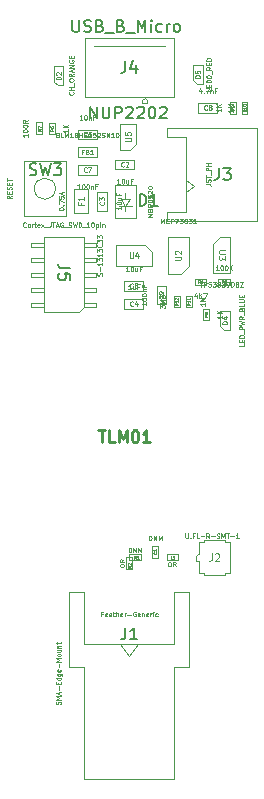
<source format=gbr>
G04 #@! TF.GenerationSoftware,KiCad,Pcbnew,(5.1.2-1)-1*
G04 #@! TF.CreationDate,2019-05-17T17:37:07+02:00*
G04 #@! TF.ProjectId,TLM-breakout-v1_1,544c4d2d-6272-4656-916b-6f75742d7631,1.1*
G04 #@! TF.SameCoordinates,Original*
G04 #@! TF.FileFunction,Other,Fab,Top*
%FSLAX46Y46*%
G04 Gerber Fmt 4.6, Leading zero omitted, Abs format (unit mm)*
G04 Created by KiCad (PCBNEW (5.1.2-1)-1) date 2019-05-17 17:37:07*
%MOMM*%
%LPD*%
G04 APERTURE LIST*
%ADD10C,0.100000*%
%ADD11C,0.040000*%
%ADD12C,0.060000*%
%ADD13C,0.150000*%
%ADD14C,0.080000*%
%ADD15C,0.090000*%
%ADD16C,0.250000*%
%ADD17C,0.075000*%
G04 APERTURE END LIST*
D10*
X138324400Y-112031400D02*
X137824400Y-112031400D01*
X137824400Y-112031400D02*
X137824400Y-111031400D01*
X137824400Y-111031400D02*
X138324400Y-111031400D01*
X138324400Y-111031400D02*
X138324400Y-112031400D01*
X136312499Y-79150000D02*
X134712499Y-79150000D01*
X136312499Y-78350000D02*
X136312499Y-79150000D01*
X134712499Y-78350000D02*
X136312499Y-78350000D01*
X134712499Y-79150000D02*
X134712499Y-78350000D01*
X133990000Y-82650000D02*
X133190000Y-82650000D01*
X133190000Y-82650000D02*
X133190000Y-81050000D01*
X133190000Y-81050000D02*
X133990000Y-81050000D01*
X133990000Y-81050000D02*
X133990000Y-82650000D01*
X135474500Y-90150000D02*
X137074500Y-90150000D01*
X135474500Y-90950000D02*
X135474500Y-90150000D01*
X137074500Y-90950000D02*
X135474500Y-90950000D01*
X137074500Y-90150000D02*
X137074500Y-90950000D01*
X137074500Y-88644100D02*
X137074500Y-89444100D01*
X137074500Y-89444100D02*
X135474500Y-89444100D01*
X135474500Y-89444100D02*
X135474500Y-88644100D01*
X135474500Y-88644100D02*
X137074500Y-88644100D01*
X131550000Y-75800000D02*
X133150000Y-75800000D01*
X131550000Y-76600000D02*
X131550000Y-75800000D01*
X133150000Y-76600000D02*
X131550000Y-76600000D01*
X133150000Y-75800000D02*
X133150000Y-76600000D01*
X131550000Y-79601200D02*
X131550000Y-78801200D01*
X131550000Y-78801200D02*
X133150000Y-78801200D01*
X133150000Y-78801200D02*
X133150000Y-79601200D01*
X133150000Y-79601200D02*
X131550000Y-79601200D01*
X143350000Y-73550000D02*
X143350000Y-74350000D01*
X143350000Y-74350000D02*
X141750000Y-74350000D01*
X141750000Y-74350000D02*
X141750000Y-73550000D01*
X141750000Y-73550000D02*
X143350000Y-73550000D01*
X138200000Y-90600000D02*
X138200000Y-89000000D01*
X139000000Y-90600000D02*
X138200000Y-90600000D01*
X139000000Y-89000000D02*
X139000000Y-90600000D01*
X138200000Y-89000000D02*
X139000000Y-89000000D01*
X135570000Y-81650000D02*
X135570000Y-81150000D01*
X135970000Y-81650000D02*
X135570000Y-82250000D01*
X135170000Y-81650000D02*
X135970000Y-81650000D01*
X135570000Y-82250000D02*
X135170000Y-81650000D01*
X135570000Y-82250000D02*
X136120000Y-82250000D01*
X135570000Y-82250000D02*
X135020000Y-82250000D01*
X135570000Y-82650000D02*
X135570000Y-82250000D01*
X136470000Y-83300000D02*
X134670000Y-83300000D01*
X136470000Y-80500000D02*
X136470000Y-83300000D01*
X134670000Y-80500000D02*
X136470000Y-80500000D01*
X134670000Y-83300000D02*
X134670000Y-80500000D01*
X129521000Y-70447000D02*
X129521000Y-71747000D01*
X129521000Y-71747000D02*
X129821000Y-72047000D01*
X129821000Y-72047000D02*
X130321000Y-72047000D01*
X130321000Y-72047000D02*
X130321000Y-70447000D01*
X130321000Y-70447000D02*
X129521000Y-70447000D01*
X143600000Y-91150000D02*
X143600000Y-92450000D01*
X143600000Y-92450000D02*
X143900000Y-92750000D01*
X143900000Y-92750000D02*
X144400000Y-92750000D01*
X144400000Y-92750000D02*
X144400000Y-91150000D01*
X144400000Y-91150000D02*
X143600000Y-91150000D01*
X142100000Y-70320000D02*
X141300000Y-70320000D01*
X142100000Y-71920000D02*
X142100000Y-70320000D01*
X141600000Y-71920000D02*
X142100000Y-71920000D01*
X141300000Y-71620000D02*
X141600000Y-71920000D01*
X141300000Y-70320000D02*
X141300000Y-71620000D01*
X131200000Y-80850000D02*
X132400000Y-80850000D01*
X132400000Y-80850000D02*
X132400000Y-82850000D01*
X132400000Y-82850000D02*
X131200000Y-82850000D01*
X131200000Y-82850000D02*
X131200000Y-80850000D01*
X133150000Y-77300000D02*
X133150000Y-78100000D01*
X133150000Y-78100000D02*
X131550000Y-78100000D01*
X131550000Y-78100000D02*
X131550000Y-77300000D01*
X131550000Y-77300000D02*
X133150000Y-77300000D01*
X141696000Y-111714000D02*
X141546000Y-111864000D01*
X144396000Y-110714000D02*
X143996000Y-110714000D01*
X143996000Y-110514000D02*
X143996000Y-110714000D01*
X142196000Y-110514000D02*
X143996000Y-110514000D01*
X144396000Y-110714000D02*
X144396000Y-113314000D01*
X144396000Y-113314000D02*
X143996000Y-113314000D01*
X143996000Y-113514000D02*
X143996000Y-113314000D01*
X142196000Y-113514000D02*
X143996000Y-113514000D01*
X142196000Y-110714000D02*
X141796000Y-110714000D01*
X142196000Y-110514000D02*
X142196000Y-110714000D01*
X141796000Y-111714000D02*
X141796000Y-110714000D01*
X141696000Y-111714000D02*
X141796000Y-111714000D01*
X141546000Y-112314000D02*
X141546000Y-111864000D01*
X141546000Y-112314000D02*
X141796000Y-112314000D01*
X141796000Y-112314000D02*
X141796000Y-113314000D01*
X142196000Y-113314000D02*
X141796000Y-113314000D01*
X142196000Y-113514000D02*
X142196000Y-113314000D01*
X128645000Y-84925000D02*
X132055000Y-84925000D01*
X131620000Y-91275000D02*
X128645000Y-91275000D01*
X132055000Y-84925000D02*
X132055000Y-90840000D01*
X132055000Y-90840000D02*
X131620000Y-91275000D01*
X128645000Y-91275000D02*
X128645000Y-84925000D01*
X132055000Y-90840000D02*
X133100000Y-90840000D01*
X133100000Y-90840000D02*
X133100000Y-90440000D01*
X133100000Y-90440000D02*
X132055000Y-90440000D01*
X128645000Y-90840000D02*
X127600000Y-90840000D01*
X127600000Y-90840000D02*
X127600000Y-90440000D01*
X127600000Y-90440000D02*
X128645000Y-90440000D01*
X132055000Y-89570000D02*
X133100000Y-89570000D01*
X133100000Y-89570000D02*
X133100000Y-89170000D01*
X133100000Y-89170000D02*
X132055000Y-89170000D01*
X128645000Y-89570000D02*
X127600000Y-89570000D01*
X127600000Y-89570000D02*
X127600000Y-89170000D01*
X127600000Y-89170000D02*
X128645000Y-89170000D01*
X132055000Y-88300000D02*
X133100000Y-88300000D01*
X133100000Y-88300000D02*
X133100000Y-87900000D01*
X133100000Y-87900000D02*
X132055000Y-87900000D01*
X128645000Y-88300000D02*
X127600000Y-88300000D01*
X127600000Y-88300000D02*
X127600000Y-87900000D01*
X127600000Y-87900000D02*
X128645000Y-87900000D01*
X132055000Y-87030000D02*
X133100000Y-87030000D01*
X133100000Y-87030000D02*
X133100000Y-86630000D01*
X133100000Y-86630000D02*
X132055000Y-86630000D01*
X128645000Y-87030000D02*
X127600000Y-87030000D01*
X127600000Y-87030000D02*
X127600000Y-86630000D01*
X127600000Y-86630000D02*
X128645000Y-86630000D01*
X132055000Y-85760000D02*
X133100000Y-85760000D01*
X133100000Y-85760000D02*
X133100000Y-85360000D01*
X133100000Y-85360000D02*
X132055000Y-85360000D01*
X128645000Y-85760000D02*
X127600000Y-85760000D01*
X127600000Y-85760000D02*
X127600000Y-85360000D01*
X127600000Y-85360000D02*
X128645000Y-85360000D01*
X140047600Y-111764000D02*
X140047600Y-112264000D01*
X140047600Y-112264000D02*
X139047600Y-112264000D01*
X139047600Y-112264000D02*
X139047600Y-111764000D01*
X139047600Y-111764000D02*
X140047600Y-111764000D01*
X136872600Y-112264000D02*
X135872600Y-112264000D01*
X136872600Y-111764000D02*
X136872600Y-112264000D01*
X135872600Y-111764000D02*
X136872600Y-111764000D01*
X135872600Y-112264000D02*
X135872600Y-111764000D01*
X136140000Y-112996600D02*
X135640000Y-112996600D01*
X135640000Y-112996600D02*
X135640000Y-111996600D01*
X135640000Y-111996600D02*
X136140000Y-111996600D01*
X136140000Y-111996600D02*
X136140000Y-112996600D01*
X129650000Y-80800000D02*
G75*
G03X129650000Y-80800000I-900000J0D01*
G01*
X127000000Y-78450000D02*
X130500000Y-78450000D01*
X127000000Y-83150000D02*
X127000000Y-78450000D01*
X130500000Y-83150000D02*
X127000000Y-83150000D01*
X130500000Y-78450000D02*
X130500000Y-83150000D01*
X139150000Y-88000000D02*
X139150000Y-84900000D01*
X139150000Y-84900000D02*
X140950000Y-84900000D01*
X140950000Y-87350000D02*
X140950000Y-84900000D01*
X139150000Y-88000000D02*
X140300000Y-88000000D01*
X140950000Y-87350000D02*
X140300000Y-88000000D01*
X143000000Y-85450000D02*
X143000000Y-87900000D01*
X143550000Y-84880000D02*
X144400000Y-84880000D01*
X143000000Y-85450000D02*
X143550000Y-84880000D01*
X144400000Y-84880000D02*
X144400000Y-87920000D01*
X143000000Y-87920000D02*
X144400000Y-87920000D01*
X137200000Y-85550000D02*
X137850000Y-86200000D01*
X137850000Y-87350000D02*
X137850000Y-86200000D01*
X137200000Y-85550000D02*
X134750000Y-85550000D01*
X134750000Y-87350000D02*
X134750000Y-85550000D01*
X137850000Y-87350000D02*
X134750000Y-87350000D01*
X139100000Y-83550000D02*
X139100000Y-82750000D01*
X139100000Y-82750000D02*
X140700000Y-82750000D01*
X140700000Y-82750000D02*
X140700000Y-76450000D01*
X140700000Y-76450000D02*
X139100000Y-76450000D01*
X139100000Y-76450000D02*
X139100000Y-75650000D01*
X146700000Y-83550000D02*
X146700000Y-75650000D01*
X139100000Y-83550000D02*
X146700000Y-83550000D01*
X139100000Y-75650000D02*
X146700000Y-75650000D01*
X140700000Y-81100000D02*
X141407107Y-80600000D01*
X141407107Y-80600000D02*
X140700000Y-80100000D01*
X135890000Y-120380000D02*
X135140000Y-119380000D01*
X136640000Y-119380000D02*
X135890000Y-120380000D01*
X139700000Y-121285000D02*
X139700000Y-130810000D01*
X139700000Y-130810000D02*
X132080000Y-130810000D01*
X132080000Y-130810000D02*
X132080000Y-121285000D01*
X130810000Y-121285000D02*
X132080000Y-121285000D01*
X139700000Y-121285000D02*
X140970000Y-121285000D01*
X140970000Y-114930000D02*
X140970000Y-121285000D01*
X140970000Y-114930000D02*
X139700000Y-114930000D01*
X139700000Y-114930000D02*
X139700000Y-119380000D01*
X139700000Y-119380000D02*
X132080000Y-119380000D01*
X132080000Y-119380000D02*
X132080000Y-114930000D01*
X132080000Y-114930000D02*
X130810000Y-114930000D01*
X130810000Y-114930000D02*
X130810000Y-121285000D01*
X142420000Y-88940000D02*
X141420000Y-88940000D01*
X142420000Y-88440000D02*
X142420000Y-88940000D01*
X141420000Y-88440000D02*
X142420000Y-88440000D01*
X141420000Y-88940000D02*
X141420000Y-88440000D01*
X144420000Y-88430000D02*
X144420000Y-88930000D01*
X144420000Y-88930000D02*
X143420000Y-88930000D01*
X143420000Y-88930000D02*
X143420000Y-88430000D01*
X143420000Y-88430000D02*
X144420000Y-88430000D01*
X129600000Y-75200000D02*
X129600000Y-76200000D01*
X129100000Y-75200000D02*
X129600000Y-75200000D01*
X129100000Y-76200000D02*
X129100000Y-75200000D01*
X129600000Y-76200000D02*
X129100000Y-76200000D01*
X128020000Y-76192000D02*
X128020000Y-75192000D01*
X128520000Y-76192000D02*
X128020000Y-76192000D01*
X128520000Y-75192000D02*
X128520000Y-76192000D01*
X128020000Y-75192000D02*
X128520000Y-75192000D01*
X142650000Y-91950000D02*
X142150000Y-91950000D01*
X142150000Y-91950000D02*
X142150000Y-90950000D01*
X142150000Y-90950000D02*
X142650000Y-90950000D01*
X142650000Y-90950000D02*
X142650000Y-91950000D01*
X144400000Y-74446900D02*
X144400000Y-73446900D01*
X144900000Y-74446900D02*
X144400000Y-74446900D01*
X144900000Y-73446900D02*
X144900000Y-74446900D01*
X144400000Y-73446900D02*
X144900000Y-73446900D01*
X145399999Y-73450000D02*
X145899999Y-73450000D01*
X145899999Y-73450000D02*
X145899999Y-74450000D01*
X145899999Y-74450000D02*
X145399999Y-74450000D01*
X145399999Y-74450000D02*
X145399999Y-73450000D01*
X141200000Y-89850000D02*
X141200000Y-90850000D01*
X140700000Y-89850000D02*
X141200000Y-89850000D01*
X140700000Y-90850000D02*
X140700000Y-89850000D01*
X141200000Y-90850000D02*
X140700000Y-90850000D01*
X139650000Y-89850000D02*
X140150000Y-89850000D01*
X140150000Y-89850000D02*
X140150000Y-90850000D01*
X140150000Y-90850000D02*
X139650000Y-90850000D01*
X139650000Y-90850000D02*
X139650000Y-89850000D01*
X132150000Y-68012500D02*
X132150000Y-73012500D01*
X138900000Y-68710796D02*
X132900000Y-68710796D01*
X139650000Y-68010796D02*
X132150000Y-68010796D01*
X139650000Y-73012500D02*
X132150000Y-73012500D01*
X139650000Y-68012500D02*
X139650000Y-73012500D01*
X137200000Y-73112500D02*
X137400000Y-73312500D01*
X137000000Y-73312500D02*
X137200000Y-73112500D01*
X137400000Y-73522500D02*
X137000000Y-73522500D01*
X137400000Y-73522500D02*
X137400000Y-73312500D01*
X137000000Y-73522500D02*
X137000000Y-73312500D01*
X135125000Y-77500000D02*
X135975000Y-77500000D01*
X136475000Y-77000000D02*
X136475000Y-75300000D01*
X135125000Y-77500000D02*
X135125000Y-75300000D01*
X135125000Y-75300000D02*
X136475000Y-75300000D01*
X135975000Y-77500000D02*
X136475000Y-77000000D01*
X137557142Y-110580952D02*
X137557142Y-110180952D01*
X137652380Y-110180952D01*
X137709523Y-110200000D01*
X137747619Y-110238095D01*
X137766666Y-110276190D01*
X137785714Y-110352380D01*
X137785714Y-110409523D01*
X137766666Y-110485714D01*
X137747619Y-110523809D01*
X137709523Y-110561904D01*
X137652380Y-110580952D01*
X137557142Y-110580952D01*
X137957142Y-110580952D02*
X137957142Y-110180952D01*
X138185714Y-110580952D01*
X138185714Y-110180952D01*
X138376190Y-110580952D02*
X138376190Y-110180952D01*
X138509523Y-110466666D01*
X138642857Y-110180952D01*
X138642857Y-110580952D01*
D11*
X138163685Y-111573066D02*
X138175590Y-111584971D01*
X138187495Y-111620685D01*
X138187495Y-111644495D01*
X138175590Y-111680209D01*
X138151780Y-111704019D01*
X138127971Y-111715923D01*
X138080352Y-111727828D01*
X138044638Y-111727828D01*
X137997019Y-111715923D01*
X137973209Y-111704019D01*
X137949400Y-111680209D01*
X137937495Y-111644495D01*
X137937495Y-111620685D01*
X137949400Y-111584971D01*
X137961304Y-111573066D01*
X138187495Y-111334971D02*
X138187495Y-111477828D01*
X138187495Y-111406400D02*
X137937495Y-111406400D01*
X137973209Y-111430209D01*
X137997019Y-111454019D01*
X138008923Y-111477828D01*
D10*
X135083927Y-80360952D02*
X134855356Y-80360952D01*
X134969641Y-80360952D02*
X134969641Y-79960952D01*
X134931546Y-80018095D01*
X134893451Y-80056190D01*
X134855356Y-80075238D01*
X135331546Y-79960952D02*
X135369641Y-79960952D01*
X135407737Y-79980000D01*
X135426784Y-79999047D01*
X135445832Y-80037142D01*
X135464879Y-80113333D01*
X135464879Y-80208571D01*
X135445832Y-80284761D01*
X135426784Y-80322857D01*
X135407737Y-80341904D01*
X135369641Y-80360952D01*
X135331546Y-80360952D01*
X135293451Y-80341904D01*
X135274403Y-80322857D01*
X135255356Y-80284761D01*
X135236308Y-80208571D01*
X135236308Y-80113333D01*
X135255356Y-80037142D01*
X135274403Y-79999047D01*
X135293451Y-79980000D01*
X135331546Y-79960952D01*
X135807737Y-80094285D02*
X135807737Y-80360952D01*
X135636308Y-80094285D02*
X135636308Y-80303809D01*
X135655356Y-80341904D01*
X135693451Y-80360952D01*
X135750594Y-80360952D01*
X135788689Y-80341904D01*
X135807737Y-80322857D01*
X136131546Y-80151428D02*
X135998213Y-80151428D01*
X135998213Y-80360952D02*
X135998213Y-79960952D01*
X136188689Y-79960952D01*
D12*
X135445832Y-78892857D02*
X135426784Y-78911904D01*
X135369641Y-78930952D01*
X135331546Y-78930952D01*
X135274403Y-78911904D01*
X135236308Y-78873809D01*
X135217260Y-78835714D01*
X135198213Y-78759523D01*
X135198213Y-78702380D01*
X135217260Y-78626190D01*
X135236308Y-78588095D01*
X135274403Y-78550000D01*
X135331546Y-78530952D01*
X135369641Y-78530952D01*
X135426784Y-78550000D01*
X135445832Y-78569047D01*
X135598213Y-78569047D02*
X135617260Y-78550000D01*
X135655356Y-78530952D01*
X135750594Y-78530952D01*
X135788689Y-78550000D01*
X135807737Y-78569047D01*
X135826784Y-78607142D01*
X135826784Y-78645238D01*
X135807737Y-78702380D01*
X135579165Y-78930952D01*
X135826784Y-78930952D01*
D10*
X135200952Y-82278571D02*
X135200952Y-82507142D01*
X135200952Y-82392857D02*
X134800952Y-82392857D01*
X134858095Y-82430952D01*
X134896190Y-82469047D01*
X134915238Y-82507142D01*
X134800952Y-82030952D02*
X134800952Y-81992857D01*
X134820000Y-81954761D01*
X134839047Y-81935714D01*
X134877142Y-81916666D01*
X134953333Y-81897619D01*
X135048571Y-81897619D01*
X135124761Y-81916666D01*
X135162857Y-81935714D01*
X135181904Y-81954761D01*
X135200952Y-81992857D01*
X135200952Y-82030952D01*
X135181904Y-82069047D01*
X135162857Y-82088095D01*
X135124761Y-82107142D01*
X135048571Y-82126190D01*
X134953333Y-82126190D01*
X134877142Y-82107142D01*
X134839047Y-82088095D01*
X134820000Y-82069047D01*
X134800952Y-82030952D01*
X134934285Y-81554761D02*
X135200952Y-81554761D01*
X134934285Y-81726190D02*
X135143809Y-81726190D01*
X135181904Y-81707142D01*
X135200952Y-81669047D01*
X135200952Y-81611904D01*
X135181904Y-81573809D01*
X135162857Y-81554761D01*
X134991428Y-81230952D02*
X134991428Y-81364285D01*
X135200952Y-81364285D02*
X134800952Y-81364285D01*
X134800952Y-81173809D01*
D12*
X133732857Y-81916666D02*
X133751904Y-81935714D01*
X133770952Y-81992857D01*
X133770952Y-82030952D01*
X133751904Y-82088095D01*
X133713809Y-82126190D01*
X133675714Y-82145238D01*
X133599523Y-82164285D01*
X133542380Y-82164285D01*
X133466190Y-82145238D01*
X133428095Y-82126190D01*
X133390000Y-82088095D01*
X133370952Y-82030952D01*
X133370952Y-81992857D01*
X133390000Y-81935714D01*
X133409047Y-81916666D01*
X133370952Y-81783333D02*
X133370952Y-81535714D01*
X133523333Y-81669047D01*
X133523333Y-81611904D01*
X133542380Y-81573809D01*
X133561428Y-81554761D01*
X133599523Y-81535714D01*
X133694761Y-81535714D01*
X133732857Y-81554761D01*
X133751904Y-81573809D01*
X133770952Y-81611904D01*
X133770952Y-81726190D01*
X133751904Y-81764285D01*
X133732857Y-81783333D01*
D10*
X136036404Y-89300952D02*
X135807833Y-89300952D01*
X135922119Y-89300952D02*
X135922119Y-88900952D01*
X135884023Y-88958095D01*
X135845928Y-88996190D01*
X135807833Y-89015238D01*
X136379261Y-89034285D02*
X136379261Y-89300952D01*
X136207833Y-89034285D02*
X136207833Y-89243809D01*
X136226880Y-89281904D01*
X136264976Y-89300952D01*
X136322119Y-89300952D01*
X136360214Y-89281904D01*
X136379261Y-89262857D01*
X136703071Y-89091428D02*
X136569738Y-89091428D01*
X136569738Y-89300952D02*
X136569738Y-88900952D01*
X136760214Y-88900952D01*
D12*
X136207833Y-90692857D02*
X136188785Y-90711904D01*
X136131642Y-90730952D01*
X136093547Y-90730952D01*
X136036404Y-90711904D01*
X135998309Y-90673809D01*
X135979261Y-90635714D01*
X135960214Y-90559523D01*
X135960214Y-90502380D01*
X135979261Y-90426190D01*
X135998309Y-90388095D01*
X136036404Y-90350000D01*
X136093547Y-90330952D01*
X136131642Y-90330952D01*
X136188785Y-90350000D01*
X136207833Y-90369047D01*
X136550690Y-90464285D02*
X136550690Y-90730952D01*
X136455452Y-90311904D02*
X136360214Y-90597619D01*
X136607833Y-90597619D01*
D10*
X135845928Y-87795052D02*
X135617357Y-87795052D01*
X135731642Y-87795052D02*
X135731642Y-87395052D01*
X135693547Y-87452195D01*
X135655452Y-87490290D01*
X135617357Y-87509338D01*
X136093547Y-87395052D02*
X136131642Y-87395052D01*
X136169738Y-87414100D01*
X136188785Y-87433147D01*
X136207833Y-87471242D01*
X136226880Y-87547433D01*
X136226880Y-87642671D01*
X136207833Y-87718861D01*
X136188785Y-87756957D01*
X136169738Y-87776004D01*
X136131642Y-87795052D01*
X136093547Y-87795052D01*
X136055452Y-87776004D01*
X136036404Y-87756957D01*
X136017357Y-87718861D01*
X135998309Y-87642671D01*
X135998309Y-87547433D01*
X136017357Y-87471242D01*
X136036404Y-87433147D01*
X136055452Y-87414100D01*
X136093547Y-87395052D01*
X136569738Y-87528385D02*
X136569738Y-87795052D01*
X136398309Y-87528385D02*
X136398309Y-87737909D01*
X136417357Y-87776004D01*
X136455452Y-87795052D01*
X136512595Y-87795052D01*
X136550690Y-87776004D01*
X136569738Y-87756957D01*
X136893547Y-87585528D02*
X136760214Y-87585528D01*
X136760214Y-87795052D02*
X136760214Y-87395052D01*
X136950690Y-87395052D01*
D12*
X136207833Y-89186957D02*
X136188785Y-89206004D01*
X136131642Y-89225052D01*
X136093547Y-89225052D01*
X136036404Y-89206004D01*
X135998309Y-89167909D01*
X135979261Y-89129814D01*
X135960214Y-89053623D01*
X135960214Y-88996480D01*
X135979261Y-88920290D01*
X135998309Y-88882195D01*
X136036404Y-88844100D01*
X136093547Y-88825052D01*
X136131642Y-88825052D01*
X136188785Y-88844100D01*
X136207833Y-88863147D01*
X136569738Y-88825052D02*
X136379261Y-88825052D01*
X136360214Y-89015528D01*
X136379261Y-88996480D01*
X136417357Y-88977433D01*
X136512595Y-88977433D01*
X136550690Y-88996480D01*
X136569738Y-89015528D01*
X136588785Y-89053623D01*
X136588785Y-89148861D01*
X136569738Y-89186957D01*
X136550690Y-89206004D01*
X136512595Y-89225052D01*
X136417357Y-89225052D01*
X136379261Y-89206004D01*
X136360214Y-89186957D01*
D10*
X131921428Y-74950952D02*
X131692857Y-74950952D01*
X131807142Y-74950952D02*
X131807142Y-74550952D01*
X131769047Y-74608095D01*
X131730952Y-74646190D01*
X131692857Y-74665238D01*
X132169047Y-74550952D02*
X132207142Y-74550952D01*
X132245238Y-74570000D01*
X132264285Y-74589047D01*
X132283333Y-74627142D01*
X132302380Y-74703333D01*
X132302380Y-74798571D01*
X132283333Y-74874761D01*
X132264285Y-74912857D01*
X132245238Y-74931904D01*
X132207142Y-74950952D01*
X132169047Y-74950952D01*
X132130952Y-74931904D01*
X132111904Y-74912857D01*
X132092857Y-74874761D01*
X132073809Y-74798571D01*
X132073809Y-74703333D01*
X132092857Y-74627142D01*
X132111904Y-74589047D01*
X132130952Y-74570000D01*
X132169047Y-74550952D01*
X132473809Y-74684285D02*
X132473809Y-74950952D01*
X132473809Y-74722380D02*
X132492857Y-74703333D01*
X132530952Y-74684285D01*
X132588095Y-74684285D01*
X132626190Y-74703333D01*
X132645238Y-74741428D01*
X132645238Y-74950952D01*
X132969047Y-74741428D02*
X132835714Y-74741428D01*
X132835714Y-74950952D02*
X132835714Y-74550952D01*
X133026190Y-74550952D01*
D12*
X132283333Y-76342857D02*
X132264285Y-76361904D01*
X132207142Y-76380952D01*
X132169047Y-76380952D01*
X132111904Y-76361904D01*
X132073809Y-76323809D01*
X132054761Y-76285714D01*
X132035714Y-76209523D01*
X132035714Y-76152380D01*
X132054761Y-76076190D01*
X132073809Y-76038095D01*
X132111904Y-76000000D01*
X132169047Y-75980952D01*
X132207142Y-75980952D01*
X132264285Y-76000000D01*
X132283333Y-76019047D01*
X132626190Y-75980952D02*
X132550000Y-75980952D01*
X132511904Y-76000000D01*
X132492857Y-76019047D01*
X132454761Y-76076190D01*
X132435714Y-76152380D01*
X132435714Y-76304761D01*
X132454761Y-76342857D01*
X132473809Y-76361904D01*
X132511904Y-76380952D01*
X132588095Y-76380952D01*
X132626190Y-76361904D01*
X132645238Y-76342857D01*
X132664285Y-76304761D01*
X132664285Y-76209523D01*
X132645238Y-76171428D01*
X132626190Y-76152380D01*
X132588095Y-76133333D01*
X132511904Y-76133333D01*
X132473809Y-76152380D01*
X132454761Y-76171428D01*
X132435714Y-76209523D01*
D10*
X131730952Y-80812152D02*
X131502380Y-80812152D01*
X131616666Y-80812152D02*
X131616666Y-80412152D01*
X131578571Y-80469295D01*
X131540476Y-80507390D01*
X131502380Y-80526438D01*
X131978571Y-80412152D02*
X132016666Y-80412152D01*
X132054761Y-80431200D01*
X132073809Y-80450247D01*
X132092857Y-80488342D01*
X132111904Y-80564533D01*
X132111904Y-80659771D01*
X132092857Y-80735961D01*
X132073809Y-80774057D01*
X132054761Y-80793104D01*
X132016666Y-80812152D01*
X131978571Y-80812152D01*
X131940476Y-80793104D01*
X131921428Y-80774057D01*
X131902380Y-80735961D01*
X131883333Y-80659771D01*
X131883333Y-80564533D01*
X131902380Y-80488342D01*
X131921428Y-80450247D01*
X131940476Y-80431200D01*
X131978571Y-80412152D01*
X132359523Y-80412152D02*
X132397619Y-80412152D01*
X132435714Y-80431200D01*
X132454761Y-80450247D01*
X132473809Y-80488342D01*
X132492857Y-80564533D01*
X132492857Y-80659771D01*
X132473809Y-80735961D01*
X132454761Y-80774057D01*
X132435714Y-80793104D01*
X132397619Y-80812152D01*
X132359523Y-80812152D01*
X132321428Y-80793104D01*
X132302380Y-80774057D01*
X132283333Y-80735961D01*
X132264285Y-80659771D01*
X132264285Y-80564533D01*
X132283333Y-80488342D01*
X132302380Y-80450247D01*
X132321428Y-80431200D01*
X132359523Y-80412152D01*
X132664285Y-80545485D02*
X132664285Y-80812152D01*
X132664285Y-80583580D02*
X132683333Y-80564533D01*
X132721428Y-80545485D01*
X132778571Y-80545485D01*
X132816666Y-80564533D01*
X132835714Y-80602628D01*
X132835714Y-80812152D01*
X133159523Y-80602628D02*
X133026190Y-80602628D01*
X133026190Y-80812152D02*
X133026190Y-80412152D01*
X133216666Y-80412152D01*
D12*
X132283333Y-79344057D02*
X132264285Y-79363104D01*
X132207142Y-79382152D01*
X132169047Y-79382152D01*
X132111904Y-79363104D01*
X132073809Y-79325009D01*
X132054761Y-79286914D01*
X132035714Y-79210723D01*
X132035714Y-79153580D01*
X132054761Y-79077390D01*
X132073809Y-79039295D01*
X132111904Y-79001200D01*
X132169047Y-78982152D01*
X132207142Y-78982152D01*
X132264285Y-79001200D01*
X132283333Y-79020247D01*
X132416666Y-78982152D02*
X132683333Y-78982152D01*
X132511904Y-79382152D01*
D10*
X141988095Y-72434285D02*
X141988095Y-72700952D01*
X141892857Y-72281904D02*
X141797619Y-72567619D01*
X142045238Y-72567619D01*
X142197619Y-72662857D02*
X142216666Y-72681904D01*
X142197619Y-72700952D01*
X142178571Y-72681904D01*
X142197619Y-72662857D01*
X142197619Y-72700952D01*
X142350000Y-72300952D02*
X142616666Y-72300952D01*
X142445238Y-72700952D01*
X142769047Y-72434285D02*
X142769047Y-72700952D01*
X142769047Y-72472380D02*
X142788095Y-72453333D01*
X142826190Y-72434285D01*
X142883333Y-72434285D01*
X142921428Y-72453333D01*
X142940476Y-72491428D01*
X142940476Y-72700952D01*
X143264285Y-72491428D02*
X143130952Y-72491428D01*
X143130952Y-72700952D02*
X143130952Y-72300952D01*
X143321428Y-72300952D01*
D12*
X142483333Y-74092857D02*
X142464285Y-74111904D01*
X142407142Y-74130952D01*
X142369047Y-74130952D01*
X142311904Y-74111904D01*
X142273809Y-74073809D01*
X142254761Y-74035714D01*
X142235714Y-73959523D01*
X142235714Y-73902380D01*
X142254761Y-73826190D01*
X142273809Y-73788095D01*
X142311904Y-73750000D01*
X142369047Y-73730952D01*
X142407142Y-73730952D01*
X142464285Y-73750000D01*
X142483333Y-73769047D01*
X142711904Y-73902380D02*
X142673809Y-73883333D01*
X142654761Y-73864285D01*
X142635714Y-73826190D01*
X142635714Y-73807142D01*
X142654761Y-73769047D01*
X142673809Y-73750000D01*
X142711904Y-73730952D01*
X142788095Y-73730952D01*
X142826190Y-73750000D01*
X142845238Y-73769047D01*
X142864285Y-73807142D01*
X142864285Y-73826190D01*
X142845238Y-73864285D01*
X142826190Y-73883333D01*
X142788095Y-73902380D01*
X142711904Y-73902380D01*
X142673809Y-73921428D01*
X142654761Y-73940476D01*
X142635714Y-73978571D01*
X142635714Y-74054761D01*
X142654761Y-74092857D01*
X142673809Y-74111904D01*
X142711904Y-74130952D01*
X142788095Y-74130952D01*
X142826190Y-74111904D01*
X142845238Y-74092857D01*
X142864285Y-74054761D01*
X142864285Y-73978571D01*
X142845238Y-73940476D01*
X142826190Y-73921428D01*
X142788095Y-73902380D01*
D10*
X137350952Y-90419047D02*
X137350952Y-90647619D01*
X137350952Y-90533333D02*
X136950952Y-90533333D01*
X137008095Y-90571428D01*
X137046190Y-90609523D01*
X137065238Y-90647619D01*
X136950952Y-90171428D02*
X136950952Y-90133333D01*
X136970000Y-90095238D01*
X136989047Y-90076190D01*
X137027142Y-90057142D01*
X137103333Y-90038095D01*
X137198571Y-90038095D01*
X137274761Y-90057142D01*
X137312857Y-90076190D01*
X137331904Y-90095238D01*
X137350952Y-90133333D01*
X137350952Y-90171428D01*
X137331904Y-90209523D01*
X137312857Y-90228571D01*
X137274761Y-90247619D01*
X137198571Y-90266666D01*
X137103333Y-90266666D01*
X137027142Y-90247619D01*
X136989047Y-90228571D01*
X136970000Y-90209523D01*
X136950952Y-90171428D01*
X136950952Y-89790476D02*
X136950952Y-89752380D01*
X136970000Y-89714285D01*
X136989047Y-89695238D01*
X137027142Y-89676190D01*
X137103333Y-89657142D01*
X137198571Y-89657142D01*
X137274761Y-89676190D01*
X137312857Y-89695238D01*
X137331904Y-89714285D01*
X137350952Y-89752380D01*
X137350952Y-89790476D01*
X137331904Y-89828571D01*
X137312857Y-89847619D01*
X137274761Y-89866666D01*
X137198571Y-89885714D01*
X137103333Y-89885714D01*
X137027142Y-89866666D01*
X136989047Y-89847619D01*
X136970000Y-89828571D01*
X136950952Y-89790476D01*
X137084285Y-89485714D02*
X137350952Y-89485714D01*
X137122380Y-89485714D02*
X137103333Y-89466666D01*
X137084285Y-89428571D01*
X137084285Y-89371428D01*
X137103333Y-89333333D01*
X137141428Y-89314285D01*
X137350952Y-89314285D01*
X137141428Y-88990476D02*
X137141428Y-89123809D01*
X137350952Y-89123809D02*
X136950952Y-89123809D01*
X136950952Y-88933333D01*
D12*
X138742857Y-89866666D02*
X138761904Y-89885714D01*
X138780952Y-89942857D01*
X138780952Y-89980952D01*
X138761904Y-90038095D01*
X138723809Y-90076190D01*
X138685714Y-90095238D01*
X138609523Y-90114285D01*
X138552380Y-90114285D01*
X138476190Y-90095238D01*
X138438095Y-90076190D01*
X138400000Y-90038095D01*
X138380952Y-89980952D01*
X138380952Y-89942857D01*
X138400000Y-89885714D01*
X138419047Y-89866666D01*
X138780952Y-89676190D02*
X138780952Y-89600000D01*
X138761904Y-89561904D01*
X138742857Y-89542857D01*
X138685714Y-89504761D01*
X138609523Y-89485714D01*
X138457142Y-89485714D01*
X138419047Y-89504761D01*
X138400000Y-89523809D01*
X138380952Y-89561904D01*
X138380952Y-89638095D01*
X138400000Y-89676190D01*
X138419047Y-89695238D01*
X138457142Y-89714285D01*
X138552380Y-89714285D01*
X138590476Y-89695238D01*
X138609523Y-89676190D01*
X138628571Y-89638095D01*
X138628571Y-89561904D01*
X138609523Y-89523809D01*
X138590476Y-89504761D01*
X138552380Y-89485714D01*
D10*
X137850952Y-83195238D02*
X137450952Y-83195238D01*
X137736666Y-83061904D01*
X137450952Y-82928571D01*
X137850952Y-82928571D01*
X137641428Y-82604761D02*
X137660476Y-82547619D01*
X137679523Y-82528571D01*
X137717619Y-82509523D01*
X137774761Y-82509523D01*
X137812857Y-82528571D01*
X137831904Y-82547619D01*
X137850952Y-82585714D01*
X137850952Y-82738095D01*
X137450952Y-82738095D01*
X137450952Y-82604761D01*
X137470000Y-82566666D01*
X137489047Y-82547619D01*
X137527142Y-82528571D01*
X137565238Y-82528571D01*
X137603333Y-82547619D01*
X137622380Y-82566666D01*
X137641428Y-82604761D01*
X137641428Y-82738095D01*
X137850952Y-82109523D02*
X137660476Y-82242857D01*
X137850952Y-82338095D02*
X137450952Y-82338095D01*
X137450952Y-82185714D01*
X137470000Y-82147619D01*
X137489047Y-82128571D01*
X137527142Y-82109523D01*
X137584285Y-82109523D01*
X137622380Y-82128571D01*
X137641428Y-82147619D01*
X137660476Y-82185714D01*
X137660476Y-82338095D01*
X137450952Y-81861904D02*
X137450952Y-81823809D01*
X137470000Y-81785714D01*
X137489047Y-81766666D01*
X137527142Y-81747619D01*
X137603333Y-81728571D01*
X137698571Y-81728571D01*
X137774761Y-81747619D01*
X137812857Y-81766666D01*
X137831904Y-81785714D01*
X137850952Y-81823809D01*
X137850952Y-81861904D01*
X137831904Y-81900000D01*
X137812857Y-81919047D01*
X137774761Y-81938095D01*
X137698571Y-81957142D01*
X137603333Y-81957142D01*
X137527142Y-81938095D01*
X137489047Y-81919047D01*
X137470000Y-81900000D01*
X137450952Y-81861904D01*
X137450952Y-81366666D02*
X137450952Y-81557142D01*
X137641428Y-81576190D01*
X137622380Y-81557142D01*
X137603333Y-81519047D01*
X137603333Y-81423809D01*
X137622380Y-81385714D01*
X137641428Y-81366666D01*
X137679523Y-81347619D01*
X137774761Y-81347619D01*
X137812857Y-81366666D01*
X137831904Y-81385714D01*
X137850952Y-81423809D01*
X137850952Y-81519047D01*
X137831904Y-81557142D01*
X137812857Y-81576190D01*
X137489047Y-81195238D02*
X137470000Y-81176190D01*
X137450952Y-81138095D01*
X137450952Y-81042857D01*
X137470000Y-81004761D01*
X137489047Y-80985714D01*
X137527142Y-80966666D01*
X137565238Y-80966666D01*
X137622380Y-80985714D01*
X137850952Y-81214285D01*
X137850952Y-80966666D01*
X137450952Y-80719047D02*
X137450952Y-80680952D01*
X137470000Y-80642857D01*
X137489047Y-80623809D01*
X137527142Y-80604761D01*
X137603333Y-80585714D01*
X137698571Y-80585714D01*
X137774761Y-80604761D01*
X137812857Y-80623809D01*
X137831904Y-80642857D01*
X137850952Y-80680952D01*
X137850952Y-80719047D01*
X137831904Y-80757142D01*
X137812857Y-80776190D01*
X137774761Y-80795238D01*
X137698571Y-80814285D01*
X137603333Y-80814285D01*
X137527142Y-80795238D01*
X137489047Y-80776190D01*
X137470000Y-80757142D01*
X137450952Y-80719047D01*
D13*
X136761904Y-82252380D02*
X136761904Y-81252380D01*
X137000000Y-81252380D01*
X137142857Y-81300000D01*
X137238095Y-81395238D01*
X137285714Y-81490476D01*
X137333333Y-81680952D01*
X137333333Y-81823809D01*
X137285714Y-82014285D01*
X137238095Y-82109523D01*
X137142857Y-82204761D01*
X137000000Y-82252380D01*
X136761904Y-82252380D01*
X138285714Y-82252380D02*
X137714285Y-82252380D01*
X138000000Y-82252380D02*
X138000000Y-81252380D01*
X137904761Y-81395238D01*
X137809523Y-81490476D01*
X137714285Y-81538095D01*
D10*
X131142857Y-72609523D02*
X131161904Y-72628571D01*
X131180952Y-72685714D01*
X131180952Y-72723809D01*
X131161904Y-72780952D01*
X131123809Y-72819047D01*
X131085714Y-72838095D01*
X131009523Y-72857142D01*
X130952380Y-72857142D01*
X130876190Y-72838095D01*
X130838095Y-72819047D01*
X130800000Y-72780952D01*
X130780952Y-72723809D01*
X130780952Y-72685714D01*
X130800000Y-72628571D01*
X130819047Y-72609523D01*
X131180952Y-72438095D02*
X130780952Y-72438095D01*
X130971428Y-72438095D02*
X130971428Y-72209523D01*
X131180952Y-72209523D02*
X130780952Y-72209523D01*
X131219047Y-72114285D02*
X131219047Y-71809523D01*
X130780952Y-71638095D02*
X130780952Y-71561904D01*
X130800000Y-71523809D01*
X130838095Y-71485714D01*
X130914285Y-71466666D01*
X131047619Y-71466666D01*
X131123809Y-71485714D01*
X131161904Y-71523809D01*
X131180952Y-71561904D01*
X131180952Y-71638095D01*
X131161904Y-71676190D01*
X131123809Y-71714285D01*
X131047619Y-71733333D01*
X130914285Y-71733333D01*
X130838095Y-71714285D01*
X130800000Y-71676190D01*
X130780952Y-71638095D01*
X131180952Y-71066666D02*
X130990476Y-71200000D01*
X131180952Y-71295238D02*
X130780952Y-71295238D01*
X130780952Y-71142857D01*
X130800000Y-71104761D01*
X130819047Y-71085714D01*
X130857142Y-71066666D01*
X130914285Y-71066666D01*
X130952380Y-71085714D01*
X130971428Y-71104761D01*
X130990476Y-71142857D01*
X130990476Y-71295238D01*
X131066666Y-70914285D02*
X131066666Y-70723809D01*
X131180952Y-70952380D02*
X130780952Y-70819047D01*
X131180952Y-70685714D01*
X131180952Y-70552380D02*
X130780952Y-70552380D01*
X131180952Y-70323809D01*
X130780952Y-70323809D01*
X130800000Y-69923809D02*
X130780952Y-69961904D01*
X130780952Y-70019047D01*
X130800000Y-70076190D01*
X130838095Y-70114285D01*
X130876190Y-70133333D01*
X130952380Y-70152380D01*
X131009523Y-70152380D01*
X131085714Y-70133333D01*
X131123809Y-70114285D01*
X131161904Y-70076190D01*
X131180952Y-70019047D01*
X131180952Y-69980952D01*
X131161904Y-69923809D01*
X131142857Y-69904761D01*
X131009523Y-69904761D01*
X131009523Y-69980952D01*
X130971428Y-69733333D02*
X130971428Y-69600000D01*
X131180952Y-69542857D02*
X131180952Y-69733333D01*
X130780952Y-69733333D01*
X130780952Y-69542857D01*
D12*
X130101952Y-71542238D02*
X129701952Y-71542238D01*
X129701952Y-71447000D01*
X129721000Y-71389857D01*
X129759095Y-71351761D01*
X129797190Y-71332714D01*
X129873380Y-71313666D01*
X129930523Y-71313666D01*
X130006714Y-71332714D01*
X130044809Y-71351761D01*
X130082904Y-71389857D01*
X130101952Y-71447000D01*
X130101952Y-71542238D01*
X129740047Y-71161285D02*
X129721000Y-71142238D01*
X129701952Y-71104142D01*
X129701952Y-71008904D01*
X129721000Y-70970809D01*
X129740047Y-70951761D01*
X129778142Y-70932714D01*
X129816238Y-70932714D01*
X129873380Y-70951761D01*
X130101952Y-71180333D01*
X130101952Y-70932714D01*
D10*
X145610952Y-93892857D02*
X145610952Y-94083333D01*
X145210952Y-94083333D01*
X145401428Y-93759523D02*
X145401428Y-93626190D01*
X145610952Y-93569047D02*
X145610952Y-93759523D01*
X145210952Y-93759523D01*
X145210952Y-93569047D01*
X145610952Y-93397619D02*
X145210952Y-93397619D01*
X145210952Y-93302380D01*
X145230000Y-93245238D01*
X145268095Y-93207142D01*
X145306190Y-93188095D01*
X145382380Y-93169047D01*
X145439523Y-93169047D01*
X145515714Y-93188095D01*
X145553809Y-93207142D01*
X145591904Y-93245238D01*
X145610952Y-93302380D01*
X145610952Y-93397619D01*
X145649047Y-93092857D02*
X145649047Y-92788095D01*
X145610952Y-92692857D02*
X145210952Y-92692857D01*
X145210952Y-92540476D01*
X145230000Y-92502380D01*
X145249047Y-92483333D01*
X145287142Y-92464285D01*
X145344285Y-92464285D01*
X145382380Y-92483333D01*
X145401428Y-92502380D01*
X145420476Y-92540476D01*
X145420476Y-92692857D01*
X145210952Y-92330952D02*
X145610952Y-92235714D01*
X145325238Y-92159523D01*
X145610952Y-92083333D01*
X145210952Y-91988095D01*
X145610952Y-91607142D02*
X145420476Y-91740476D01*
X145610952Y-91835714D02*
X145210952Y-91835714D01*
X145210952Y-91683333D01*
X145230000Y-91645238D01*
X145249047Y-91626190D01*
X145287142Y-91607142D01*
X145344285Y-91607142D01*
X145382380Y-91626190D01*
X145401428Y-91645238D01*
X145420476Y-91683333D01*
X145420476Y-91835714D01*
X145649047Y-91530952D02*
X145649047Y-91226190D01*
X145401428Y-90997619D02*
X145420476Y-90940476D01*
X145439523Y-90921428D01*
X145477619Y-90902380D01*
X145534761Y-90902380D01*
X145572857Y-90921428D01*
X145591904Y-90940476D01*
X145610952Y-90978571D01*
X145610952Y-91130952D01*
X145210952Y-91130952D01*
X145210952Y-90997619D01*
X145230000Y-90959523D01*
X145249047Y-90940476D01*
X145287142Y-90921428D01*
X145325238Y-90921428D01*
X145363333Y-90940476D01*
X145382380Y-90959523D01*
X145401428Y-90997619D01*
X145401428Y-91130952D01*
X145610952Y-90540476D02*
X145610952Y-90730952D01*
X145210952Y-90730952D01*
X145210952Y-90407142D02*
X145534761Y-90407142D01*
X145572857Y-90388095D01*
X145591904Y-90369047D01*
X145610952Y-90330952D01*
X145610952Y-90254761D01*
X145591904Y-90216666D01*
X145572857Y-90197619D01*
X145534761Y-90178571D01*
X145210952Y-90178571D01*
X145401428Y-89988095D02*
X145401428Y-89854761D01*
X145610952Y-89797619D02*
X145610952Y-89988095D01*
X145210952Y-89988095D01*
X145210952Y-89797619D01*
D12*
X144180952Y-92245238D02*
X143780952Y-92245238D01*
X143780952Y-92150000D01*
X143800000Y-92092857D01*
X143838095Y-92054761D01*
X143876190Y-92035714D01*
X143952380Y-92016666D01*
X144009523Y-92016666D01*
X144085714Y-92035714D01*
X144123809Y-92054761D01*
X144161904Y-92092857D01*
X144180952Y-92150000D01*
X144180952Y-92245238D01*
X143914285Y-91673809D02*
X144180952Y-91673809D01*
X143761904Y-91769047D02*
X144047619Y-91864285D01*
X144047619Y-91616666D01*
D10*
X142821952Y-72300952D02*
X142821952Y-72491428D01*
X142421952Y-72491428D01*
X142612428Y-72167619D02*
X142612428Y-72034285D01*
X142821952Y-71977142D02*
X142821952Y-72167619D01*
X142421952Y-72167619D01*
X142421952Y-71977142D01*
X142821952Y-71805714D02*
X142421952Y-71805714D01*
X142421952Y-71710476D01*
X142441000Y-71653333D01*
X142479095Y-71615238D01*
X142517190Y-71596190D01*
X142593380Y-71577142D01*
X142650523Y-71577142D01*
X142726714Y-71596190D01*
X142764809Y-71615238D01*
X142802904Y-71653333D01*
X142821952Y-71710476D01*
X142821952Y-71805714D01*
X142421952Y-71329523D02*
X142421952Y-71291428D01*
X142441000Y-71253333D01*
X142460047Y-71234285D01*
X142498142Y-71215238D01*
X142574333Y-71196190D01*
X142669571Y-71196190D01*
X142745761Y-71215238D01*
X142783857Y-71234285D01*
X142802904Y-71253333D01*
X142821952Y-71291428D01*
X142821952Y-71329523D01*
X142802904Y-71367619D01*
X142783857Y-71386666D01*
X142745761Y-71405714D01*
X142669571Y-71424761D01*
X142574333Y-71424761D01*
X142498142Y-71405714D01*
X142460047Y-71386666D01*
X142441000Y-71367619D01*
X142421952Y-71329523D01*
X142860047Y-71120000D02*
X142860047Y-70815238D01*
X142821952Y-70491428D02*
X142631476Y-70624761D01*
X142821952Y-70720000D02*
X142421952Y-70720000D01*
X142421952Y-70567619D01*
X142441000Y-70529523D01*
X142460047Y-70510476D01*
X142498142Y-70491428D01*
X142555285Y-70491428D01*
X142593380Y-70510476D01*
X142612428Y-70529523D01*
X142631476Y-70567619D01*
X142631476Y-70720000D01*
X142612428Y-70320000D02*
X142612428Y-70186666D01*
X142821952Y-70129523D02*
X142821952Y-70320000D01*
X142421952Y-70320000D01*
X142421952Y-70129523D01*
X142821952Y-69958095D02*
X142421952Y-69958095D01*
X142421952Y-69862857D01*
X142441000Y-69805714D01*
X142479095Y-69767619D01*
X142517190Y-69748571D01*
X142593380Y-69729523D01*
X142650523Y-69729523D01*
X142726714Y-69748571D01*
X142764809Y-69767619D01*
X142802904Y-69805714D01*
X142821952Y-69862857D01*
X142821952Y-69958095D01*
D12*
X141880952Y-71415238D02*
X141480952Y-71415238D01*
X141480952Y-71320000D01*
X141500000Y-71262857D01*
X141538095Y-71224761D01*
X141576190Y-71205714D01*
X141652380Y-71186666D01*
X141709523Y-71186666D01*
X141785714Y-71205714D01*
X141823809Y-71224761D01*
X141861904Y-71262857D01*
X141880952Y-71320000D01*
X141880952Y-71415238D01*
X141480952Y-70824761D02*
X141480952Y-71015238D01*
X141671428Y-71034285D01*
X141652380Y-71015238D01*
X141633333Y-70977142D01*
X141633333Y-70881904D01*
X141652380Y-70843809D01*
X141671428Y-70824761D01*
X141709523Y-70805714D01*
X141804761Y-70805714D01*
X141842857Y-70824761D01*
X141861904Y-70843809D01*
X141880952Y-70881904D01*
X141880952Y-70977142D01*
X141861904Y-71015238D01*
X141842857Y-71034285D01*
D10*
X129930952Y-82516666D02*
X129930952Y-82478571D01*
X129950000Y-82440476D01*
X129969047Y-82421428D01*
X130007142Y-82402380D01*
X130083333Y-82383333D01*
X130178571Y-82383333D01*
X130254761Y-82402380D01*
X130292857Y-82421428D01*
X130311904Y-82440476D01*
X130330952Y-82478571D01*
X130330952Y-82516666D01*
X130311904Y-82554761D01*
X130292857Y-82573809D01*
X130254761Y-82592857D01*
X130178571Y-82611904D01*
X130083333Y-82611904D01*
X130007142Y-82592857D01*
X129969047Y-82573809D01*
X129950000Y-82554761D01*
X129930952Y-82516666D01*
X130292857Y-82211904D02*
X130311904Y-82192857D01*
X130330952Y-82211904D01*
X130311904Y-82230952D01*
X130292857Y-82211904D01*
X130330952Y-82211904D01*
X129930952Y-82059523D02*
X129930952Y-81792857D01*
X130330952Y-81964285D01*
X129930952Y-81450000D02*
X129930952Y-81640476D01*
X130121428Y-81659523D01*
X130102380Y-81640476D01*
X130083333Y-81602380D01*
X130083333Y-81507142D01*
X130102380Y-81469047D01*
X130121428Y-81450000D01*
X130159523Y-81430952D01*
X130254761Y-81430952D01*
X130292857Y-81450000D01*
X130311904Y-81469047D01*
X130330952Y-81507142D01*
X130330952Y-81602380D01*
X130311904Y-81640476D01*
X130292857Y-81659523D01*
X130216666Y-81278571D02*
X130216666Y-81088095D01*
X130330952Y-81316666D02*
X129930952Y-81183333D01*
X130330952Y-81050000D01*
D14*
X131764285Y-82016666D02*
X131764285Y-82183333D01*
X132026190Y-82183333D02*
X131526190Y-82183333D01*
X131526190Y-81945238D01*
X132026190Y-81492857D02*
X132026190Y-81778571D01*
X132026190Y-81635714D02*
X131526190Y-81635714D01*
X131597619Y-81683333D01*
X131645238Y-81730952D01*
X131669047Y-81778571D01*
D10*
X129854761Y-76241428D02*
X129911904Y-76260476D01*
X129930952Y-76279523D01*
X129950000Y-76317619D01*
X129950000Y-76374761D01*
X129930952Y-76412857D01*
X129911904Y-76431904D01*
X129873809Y-76450952D01*
X129721428Y-76450952D01*
X129721428Y-76050952D01*
X129854761Y-76050952D01*
X129892857Y-76070000D01*
X129911904Y-76089047D01*
X129930952Y-76127142D01*
X129930952Y-76165238D01*
X129911904Y-76203333D01*
X129892857Y-76222380D01*
X129854761Y-76241428D01*
X129721428Y-76241428D01*
X130311904Y-76450952D02*
X130121428Y-76450952D01*
X130121428Y-76050952D01*
X130445238Y-76450952D02*
X130445238Y-76050952D01*
X130578571Y-76336666D01*
X130711904Y-76050952D01*
X130711904Y-76450952D01*
X131111904Y-76450952D02*
X130883333Y-76450952D01*
X130997619Y-76450952D02*
X130997619Y-76050952D01*
X130959523Y-76108095D01*
X130921428Y-76146190D01*
X130883333Y-76165238D01*
X131340476Y-76222380D02*
X131302380Y-76203333D01*
X131283333Y-76184285D01*
X131264285Y-76146190D01*
X131264285Y-76127142D01*
X131283333Y-76089047D01*
X131302380Y-76070000D01*
X131340476Y-76050952D01*
X131416666Y-76050952D01*
X131454761Y-76070000D01*
X131473809Y-76089047D01*
X131492857Y-76127142D01*
X131492857Y-76146190D01*
X131473809Y-76184285D01*
X131454761Y-76203333D01*
X131416666Y-76222380D01*
X131340476Y-76222380D01*
X131302380Y-76241428D01*
X131283333Y-76260476D01*
X131264285Y-76298571D01*
X131264285Y-76374761D01*
X131283333Y-76412857D01*
X131302380Y-76431904D01*
X131340476Y-76450952D01*
X131416666Y-76450952D01*
X131454761Y-76431904D01*
X131473809Y-76412857D01*
X131492857Y-76374761D01*
X131492857Y-76298571D01*
X131473809Y-76260476D01*
X131454761Y-76241428D01*
X131416666Y-76222380D01*
X131664285Y-76450952D02*
X131664285Y-76050952D01*
X131664285Y-76241428D02*
X131892857Y-76241428D01*
X131892857Y-76450952D02*
X131892857Y-76050952D01*
X132083333Y-76241428D02*
X132216666Y-76241428D01*
X132273809Y-76450952D02*
X132083333Y-76450952D01*
X132083333Y-76050952D01*
X132273809Y-76050952D01*
X132654761Y-76450952D02*
X132426190Y-76450952D01*
X132540476Y-76450952D02*
X132540476Y-76050952D01*
X132502380Y-76108095D01*
X132464285Y-76146190D01*
X132426190Y-76165238D01*
X133016666Y-76050952D02*
X132826190Y-76050952D01*
X132807142Y-76241428D01*
X132826190Y-76222380D01*
X132864285Y-76203333D01*
X132959523Y-76203333D01*
X132997619Y-76222380D01*
X133016666Y-76241428D01*
X133035714Y-76279523D01*
X133035714Y-76374761D01*
X133016666Y-76412857D01*
X132997619Y-76431904D01*
X132959523Y-76450952D01*
X132864285Y-76450952D01*
X132826190Y-76431904D01*
X132807142Y-76412857D01*
X133188095Y-76089047D02*
X133207142Y-76070000D01*
X133245238Y-76050952D01*
X133340476Y-76050952D01*
X133378571Y-76070000D01*
X133397619Y-76089047D01*
X133416666Y-76127142D01*
X133416666Y-76165238D01*
X133397619Y-76222380D01*
X133169047Y-76450952D01*
X133416666Y-76450952D01*
X133569047Y-76431904D02*
X133626190Y-76450952D01*
X133721428Y-76450952D01*
X133759523Y-76431904D01*
X133778571Y-76412857D01*
X133797619Y-76374761D01*
X133797619Y-76336666D01*
X133778571Y-76298571D01*
X133759523Y-76279523D01*
X133721428Y-76260476D01*
X133645238Y-76241428D01*
X133607142Y-76222380D01*
X133588095Y-76203333D01*
X133569047Y-76165238D01*
X133569047Y-76127142D01*
X133588095Y-76089047D01*
X133607142Y-76070000D01*
X133645238Y-76050952D01*
X133740476Y-76050952D01*
X133797619Y-76070000D01*
X133969047Y-76450952D02*
X133969047Y-76050952D01*
X134197619Y-76450952D01*
X134197619Y-76050952D01*
X134597619Y-76450952D02*
X134369047Y-76450952D01*
X134483333Y-76450952D02*
X134483333Y-76050952D01*
X134445238Y-76108095D01*
X134407142Y-76146190D01*
X134369047Y-76165238D01*
X134769047Y-76450952D02*
X134769047Y-76050952D01*
X134864285Y-76050952D01*
X134921428Y-76070000D01*
X134959523Y-76108095D01*
X134978571Y-76146190D01*
X134997619Y-76222380D01*
X134997619Y-76279523D01*
X134978571Y-76355714D01*
X134959523Y-76393809D01*
X134921428Y-76431904D01*
X134864285Y-76450952D01*
X134769047Y-76450952D01*
D12*
X132016666Y-77671428D02*
X131883333Y-77671428D01*
X131883333Y-77880952D02*
X131883333Y-77480952D01*
X132073809Y-77480952D01*
X132359523Y-77671428D02*
X132416666Y-77690476D01*
X132435714Y-77709523D01*
X132454761Y-77747619D01*
X132454761Y-77804761D01*
X132435714Y-77842857D01*
X132416666Y-77861904D01*
X132378571Y-77880952D01*
X132226190Y-77880952D01*
X132226190Y-77480952D01*
X132359523Y-77480952D01*
X132397619Y-77500000D01*
X132416666Y-77519047D01*
X132435714Y-77557142D01*
X132435714Y-77595238D01*
X132416666Y-77633333D01*
X132397619Y-77652380D01*
X132359523Y-77671428D01*
X132226190Y-77671428D01*
X132835714Y-77880952D02*
X132607142Y-77880952D01*
X132721428Y-77880952D02*
X132721428Y-77480952D01*
X132683333Y-77538095D01*
X132645238Y-77576190D01*
X132607142Y-77595238D01*
D10*
X140652380Y-109980952D02*
X140652380Y-110304761D01*
X140671428Y-110342857D01*
X140690476Y-110361904D01*
X140728571Y-110380952D01*
X140804761Y-110380952D01*
X140842857Y-110361904D01*
X140861904Y-110342857D01*
X140880952Y-110304761D01*
X140880952Y-109980952D01*
X141071428Y-110342857D02*
X141090476Y-110361904D01*
X141071428Y-110380952D01*
X141052380Y-110361904D01*
X141071428Y-110342857D01*
X141071428Y-110380952D01*
X141395238Y-110171428D02*
X141261904Y-110171428D01*
X141261904Y-110380952D02*
X141261904Y-109980952D01*
X141452380Y-109980952D01*
X141795238Y-110380952D02*
X141604761Y-110380952D01*
X141604761Y-109980952D01*
X141928571Y-110228571D02*
X142233333Y-110228571D01*
X142652380Y-110380952D02*
X142519047Y-110190476D01*
X142423809Y-110380952D02*
X142423809Y-109980952D01*
X142576190Y-109980952D01*
X142614285Y-110000000D01*
X142633333Y-110019047D01*
X142652380Y-110057142D01*
X142652380Y-110114285D01*
X142633333Y-110152380D01*
X142614285Y-110171428D01*
X142576190Y-110190476D01*
X142423809Y-110190476D01*
X142823809Y-110228571D02*
X143128571Y-110228571D01*
X143300000Y-110361904D02*
X143357142Y-110380952D01*
X143452380Y-110380952D01*
X143490476Y-110361904D01*
X143509523Y-110342857D01*
X143528571Y-110304761D01*
X143528571Y-110266666D01*
X143509523Y-110228571D01*
X143490476Y-110209523D01*
X143452380Y-110190476D01*
X143376190Y-110171428D01*
X143338095Y-110152380D01*
X143319047Y-110133333D01*
X143300000Y-110095238D01*
X143300000Y-110057142D01*
X143319047Y-110019047D01*
X143338095Y-110000000D01*
X143376190Y-109980952D01*
X143471428Y-109980952D01*
X143528571Y-110000000D01*
X143700000Y-110380952D02*
X143700000Y-109980952D01*
X143833333Y-110266666D01*
X143966666Y-109980952D01*
X143966666Y-110380952D01*
X144100000Y-109980952D02*
X144328571Y-109980952D01*
X144214285Y-110380952D02*
X144214285Y-109980952D01*
X144461904Y-110228571D02*
X144766666Y-110228571D01*
X145166666Y-110380952D02*
X144938095Y-110380952D01*
X145052380Y-110380952D02*
X145052380Y-109980952D01*
X145014285Y-110038095D01*
X144976190Y-110076190D01*
X144938095Y-110095238D01*
D15*
X142896000Y-111685428D02*
X142896000Y-112114000D01*
X142867428Y-112199714D01*
X142810285Y-112256857D01*
X142724571Y-112285428D01*
X142667428Y-112285428D01*
X143153142Y-111742571D02*
X143181714Y-111714000D01*
X143238857Y-111685428D01*
X143381714Y-111685428D01*
X143438857Y-111714000D01*
X143467428Y-111742571D01*
X143496000Y-111799714D01*
X143496000Y-111856857D01*
X143467428Y-111942571D01*
X143124571Y-112285428D01*
X143496000Y-112285428D01*
D10*
X127130952Y-84007857D02*
X127111904Y-84026904D01*
X127054761Y-84045952D01*
X127016666Y-84045952D01*
X126959523Y-84026904D01*
X126921428Y-83988809D01*
X126902380Y-83950714D01*
X126883333Y-83874523D01*
X126883333Y-83817380D01*
X126902380Y-83741190D01*
X126921428Y-83703095D01*
X126959523Y-83665000D01*
X127016666Y-83645952D01*
X127054761Y-83645952D01*
X127111904Y-83665000D01*
X127130952Y-83684047D01*
X127359523Y-84045952D02*
X127321428Y-84026904D01*
X127302380Y-84007857D01*
X127283333Y-83969761D01*
X127283333Y-83855476D01*
X127302380Y-83817380D01*
X127321428Y-83798333D01*
X127359523Y-83779285D01*
X127416666Y-83779285D01*
X127454761Y-83798333D01*
X127473809Y-83817380D01*
X127492857Y-83855476D01*
X127492857Y-83969761D01*
X127473809Y-84007857D01*
X127454761Y-84026904D01*
X127416666Y-84045952D01*
X127359523Y-84045952D01*
X127664285Y-84045952D02*
X127664285Y-83779285D01*
X127664285Y-83855476D02*
X127683333Y-83817380D01*
X127702380Y-83798333D01*
X127740476Y-83779285D01*
X127778571Y-83779285D01*
X127854761Y-83779285D02*
X128007142Y-83779285D01*
X127911904Y-83645952D02*
X127911904Y-83988809D01*
X127930952Y-84026904D01*
X127969047Y-84045952D01*
X128007142Y-84045952D01*
X128292857Y-84026904D02*
X128254761Y-84045952D01*
X128178571Y-84045952D01*
X128140476Y-84026904D01*
X128121428Y-83988809D01*
X128121428Y-83836428D01*
X128140476Y-83798333D01*
X128178571Y-83779285D01*
X128254761Y-83779285D01*
X128292857Y-83798333D01*
X128311904Y-83836428D01*
X128311904Y-83874523D01*
X128121428Y-83912619D01*
X128445238Y-84045952D02*
X128654761Y-83779285D01*
X128445238Y-83779285D02*
X128654761Y-84045952D01*
X128711904Y-84084047D02*
X129016666Y-84084047D01*
X129226190Y-83645952D02*
X129226190Y-83931666D01*
X129207142Y-83988809D01*
X129169047Y-84026904D01*
X129111904Y-84045952D01*
X129073809Y-84045952D01*
X129359523Y-83645952D02*
X129588095Y-83645952D01*
X129473809Y-84045952D02*
X129473809Y-83645952D01*
X129702380Y-83931666D02*
X129892857Y-83931666D01*
X129664285Y-84045952D02*
X129797619Y-83645952D01*
X129930952Y-84045952D01*
X130273809Y-83665000D02*
X130235714Y-83645952D01*
X130178571Y-83645952D01*
X130121428Y-83665000D01*
X130083333Y-83703095D01*
X130064285Y-83741190D01*
X130045238Y-83817380D01*
X130045238Y-83874523D01*
X130064285Y-83950714D01*
X130083333Y-83988809D01*
X130121428Y-84026904D01*
X130178571Y-84045952D01*
X130216666Y-84045952D01*
X130273809Y-84026904D01*
X130292857Y-84007857D01*
X130292857Y-83874523D01*
X130216666Y-83874523D01*
X130369047Y-84084047D02*
X130673809Y-84084047D01*
X130750000Y-84026904D02*
X130807142Y-84045952D01*
X130902380Y-84045952D01*
X130940476Y-84026904D01*
X130959523Y-84007857D01*
X130978571Y-83969761D01*
X130978571Y-83931666D01*
X130959523Y-83893571D01*
X130940476Y-83874523D01*
X130902380Y-83855476D01*
X130826190Y-83836428D01*
X130788095Y-83817380D01*
X130769047Y-83798333D01*
X130750000Y-83760238D01*
X130750000Y-83722142D01*
X130769047Y-83684047D01*
X130788095Y-83665000D01*
X130826190Y-83645952D01*
X130921428Y-83645952D01*
X130978571Y-83665000D01*
X131111904Y-83645952D02*
X131207142Y-84045952D01*
X131283333Y-83760238D01*
X131359523Y-84045952D01*
X131454761Y-83645952D01*
X131607142Y-84045952D02*
X131607142Y-83645952D01*
X131702380Y-83645952D01*
X131759523Y-83665000D01*
X131797619Y-83703095D01*
X131816666Y-83741190D01*
X131835714Y-83817380D01*
X131835714Y-83874523D01*
X131816666Y-83950714D01*
X131797619Y-83988809D01*
X131759523Y-84026904D01*
X131702380Y-84045952D01*
X131607142Y-84045952D01*
X131911904Y-84084047D02*
X132216666Y-84084047D01*
X132521428Y-84045952D02*
X132292857Y-84045952D01*
X132407142Y-84045952D02*
X132407142Y-83645952D01*
X132369047Y-83703095D01*
X132330952Y-83741190D01*
X132292857Y-83760238D01*
X132769047Y-83645952D02*
X132807142Y-83645952D01*
X132845238Y-83665000D01*
X132864285Y-83684047D01*
X132883333Y-83722142D01*
X132902380Y-83798333D01*
X132902380Y-83893571D01*
X132883333Y-83969761D01*
X132864285Y-84007857D01*
X132845238Y-84026904D01*
X132807142Y-84045952D01*
X132769047Y-84045952D01*
X132730952Y-84026904D01*
X132711904Y-84007857D01*
X132692857Y-83969761D01*
X132673809Y-83893571D01*
X132673809Y-83798333D01*
X132692857Y-83722142D01*
X132711904Y-83684047D01*
X132730952Y-83665000D01*
X132769047Y-83645952D01*
X133073809Y-83779285D02*
X133073809Y-84179285D01*
X133073809Y-83798333D02*
X133111904Y-83779285D01*
X133188095Y-83779285D01*
X133226190Y-83798333D01*
X133245238Y-83817380D01*
X133264285Y-83855476D01*
X133264285Y-83969761D01*
X133245238Y-84007857D01*
X133226190Y-84026904D01*
X133188095Y-84045952D01*
X133111904Y-84045952D01*
X133073809Y-84026904D01*
X133435714Y-84045952D02*
X133435714Y-83779285D01*
X133435714Y-83645952D02*
X133416666Y-83665000D01*
X133435714Y-83684047D01*
X133454761Y-83665000D01*
X133435714Y-83645952D01*
X133435714Y-83684047D01*
X133626190Y-83779285D02*
X133626190Y-84045952D01*
X133626190Y-83817380D02*
X133645238Y-83798333D01*
X133683333Y-83779285D01*
X133740476Y-83779285D01*
X133778571Y-83798333D01*
X133797619Y-83836428D01*
X133797619Y-84045952D01*
D13*
X130897619Y-87543667D02*
X130183333Y-87543667D01*
X130040476Y-87496048D01*
X129945238Y-87400810D01*
X129897619Y-87257953D01*
X129897619Y-87162715D01*
X130897619Y-88496048D02*
X130897619Y-88019858D01*
X130421428Y-87972239D01*
X130469047Y-88019858D01*
X130516666Y-88115096D01*
X130516666Y-88353191D01*
X130469047Y-88448429D01*
X130421428Y-88496048D01*
X130326190Y-88543667D01*
X130088095Y-88543667D01*
X129992857Y-88496048D01*
X129945238Y-88448429D01*
X129897619Y-88353191D01*
X129897619Y-88115096D01*
X129945238Y-88019858D01*
X129992857Y-87972239D01*
D10*
X139280952Y-112380952D02*
X139319047Y-112380952D01*
X139357142Y-112400000D01*
X139376190Y-112419047D01*
X139395238Y-112457142D01*
X139414285Y-112533333D01*
X139414285Y-112628571D01*
X139395238Y-112704761D01*
X139376190Y-112742857D01*
X139357142Y-112761904D01*
X139319047Y-112780952D01*
X139280952Y-112780952D01*
X139242857Y-112761904D01*
X139223809Y-112742857D01*
X139204761Y-112704761D01*
X139185714Y-112628571D01*
X139185714Y-112533333D01*
X139204761Y-112457142D01*
X139223809Y-112419047D01*
X139242857Y-112400000D01*
X139280952Y-112380952D01*
X139814285Y-112780952D02*
X139680952Y-112590476D01*
X139585714Y-112780952D02*
X139585714Y-112380952D01*
X139738095Y-112380952D01*
X139776190Y-112400000D01*
X139795238Y-112419047D01*
X139814285Y-112457142D01*
X139814285Y-112514285D01*
X139795238Y-112552380D01*
X139776190Y-112571428D01*
X139738095Y-112590476D01*
X139585714Y-112590476D01*
D11*
X139505933Y-112127095D02*
X139386885Y-112127095D01*
X139386885Y-111877095D01*
X139720219Y-112127095D02*
X139577361Y-112127095D01*
X139648790Y-112127095D02*
X139648790Y-111877095D01*
X139624980Y-111912809D01*
X139601171Y-111936619D01*
X139577361Y-111948523D01*
D10*
X135829742Y-111580952D02*
X135829742Y-111180952D01*
X135924980Y-111180952D01*
X135982123Y-111200000D01*
X136020219Y-111238095D01*
X136039266Y-111276190D01*
X136058314Y-111352380D01*
X136058314Y-111409523D01*
X136039266Y-111485714D01*
X136020219Y-111523809D01*
X135982123Y-111561904D01*
X135924980Y-111580952D01*
X135829742Y-111580952D01*
X136229742Y-111580952D02*
X136229742Y-111180952D01*
X136458314Y-111580952D01*
X136458314Y-111180952D01*
X136648790Y-111580952D02*
X136648790Y-111180952D01*
X136782123Y-111466666D01*
X136915457Y-111180952D01*
X136915457Y-111580952D01*
D11*
X136458333Y-112127095D02*
X136375000Y-112008047D01*
X136315476Y-112127095D02*
X136315476Y-111877095D01*
X136410714Y-111877095D01*
X136434523Y-111889000D01*
X136446428Y-111900904D01*
X136458333Y-111924714D01*
X136458333Y-111960428D01*
X136446428Y-111984238D01*
X136434523Y-111996142D01*
X136410714Y-112008047D01*
X136315476Y-112008047D01*
X136696428Y-112127095D02*
X136553571Y-112127095D01*
X136625000Y-112127095D02*
X136625000Y-111877095D01*
X136601190Y-111912809D01*
X136577380Y-111936619D01*
X136553571Y-111948523D01*
D10*
X135080952Y-112719047D02*
X135080952Y-112680952D01*
X135100000Y-112642857D01*
X135119047Y-112623809D01*
X135157142Y-112604761D01*
X135233333Y-112585714D01*
X135328571Y-112585714D01*
X135404761Y-112604761D01*
X135442857Y-112623809D01*
X135461904Y-112642857D01*
X135480952Y-112680952D01*
X135480952Y-112719047D01*
X135461904Y-112757142D01*
X135442857Y-112776190D01*
X135404761Y-112795238D01*
X135328571Y-112814285D01*
X135233333Y-112814285D01*
X135157142Y-112795238D01*
X135119047Y-112776190D01*
X135100000Y-112757142D01*
X135080952Y-112719047D01*
X135480952Y-112185714D02*
X135290476Y-112319047D01*
X135480952Y-112414285D02*
X135080952Y-112414285D01*
X135080952Y-112261904D01*
X135100000Y-112223809D01*
X135119047Y-112204761D01*
X135157142Y-112185714D01*
X135214285Y-112185714D01*
X135252380Y-112204761D01*
X135271428Y-112223809D01*
X135290476Y-112261904D01*
X135290476Y-112414285D01*
D11*
X136003095Y-112741666D02*
X135884047Y-112825000D01*
X136003095Y-112884523D02*
X135753095Y-112884523D01*
X135753095Y-112789285D01*
X135765000Y-112765476D01*
X135776904Y-112753571D01*
X135800714Y-112741666D01*
X135836428Y-112741666D01*
X135860238Y-112753571D01*
X135872142Y-112765476D01*
X135884047Y-112789285D01*
X135884047Y-112884523D01*
X135776904Y-112646428D02*
X135765000Y-112634523D01*
X135753095Y-112610714D01*
X135753095Y-112551190D01*
X135765000Y-112527380D01*
X135776904Y-112515476D01*
X135800714Y-112503571D01*
X135824523Y-112503571D01*
X135860238Y-112515476D01*
X136003095Y-112658333D01*
X136003095Y-112503571D01*
D10*
X125930952Y-81380952D02*
X125740476Y-81514285D01*
X125930952Y-81609523D02*
X125530952Y-81609523D01*
X125530952Y-81457142D01*
X125550000Y-81419047D01*
X125569047Y-81400000D01*
X125607142Y-81380952D01*
X125664285Y-81380952D01*
X125702380Y-81400000D01*
X125721428Y-81419047D01*
X125740476Y-81457142D01*
X125740476Y-81609523D01*
X125721428Y-81209523D02*
X125721428Y-81076190D01*
X125930952Y-81019047D02*
X125930952Y-81209523D01*
X125530952Y-81209523D01*
X125530952Y-81019047D01*
X125911904Y-80866666D02*
X125930952Y-80809523D01*
X125930952Y-80714285D01*
X125911904Y-80676190D01*
X125892857Y-80657142D01*
X125854761Y-80638095D01*
X125816666Y-80638095D01*
X125778571Y-80657142D01*
X125759523Y-80676190D01*
X125740476Y-80714285D01*
X125721428Y-80790476D01*
X125702380Y-80828571D01*
X125683333Y-80847619D01*
X125645238Y-80866666D01*
X125607142Y-80866666D01*
X125569047Y-80847619D01*
X125550000Y-80828571D01*
X125530952Y-80790476D01*
X125530952Y-80695238D01*
X125550000Y-80638095D01*
X125721428Y-80466666D02*
X125721428Y-80333333D01*
X125930952Y-80276190D02*
X125930952Y-80466666D01*
X125530952Y-80466666D01*
X125530952Y-80276190D01*
X125530952Y-80161904D02*
X125530952Y-79933333D01*
X125930952Y-80047619D02*
X125530952Y-80047619D01*
D13*
X127466666Y-79604761D02*
X127609523Y-79652380D01*
X127847619Y-79652380D01*
X127942857Y-79604761D01*
X127990476Y-79557142D01*
X128038095Y-79461904D01*
X128038095Y-79366666D01*
X127990476Y-79271428D01*
X127942857Y-79223809D01*
X127847619Y-79176190D01*
X127657142Y-79128571D01*
X127561904Y-79080952D01*
X127514285Y-79033333D01*
X127466666Y-78938095D01*
X127466666Y-78842857D01*
X127514285Y-78747619D01*
X127561904Y-78700000D01*
X127657142Y-78652380D01*
X127895238Y-78652380D01*
X128038095Y-78700000D01*
X128371428Y-78652380D02*
X128609523Y-79652380D01*
X128800000Y-78938095D01*
X128990476Y-79652380D01*
X129228571Y-78652380D01*
X129514285Y-78652380D02*
X130133333Y-78652380D01*
X129800000Y-79033333D01*
X129942857Y-79033333D01*
X130038095Y-79080952D01*
X130085714Y-79128571D01*
X130133333Y-79223809D01*
X130133333Y-79461904D01*
X130085714Y-79557142D01*
X130038095Y-79604761D01*
X129942857Y-79652380D01*
X129657142Y-79652380D01*
X129561904Y-79604761D01*
X129514285Y-79557142D01*
D16*
X133285714Y-101252380D02*
X133857142Y-101252380D01*
X133571428Y-102252380D02*
X133571428Y-101252380D01*
X134666666Y-102252380D02*
X134190476Y-102252380D01*
X134190476Y-101252380D01*
X135000000Y-102252380D02*
X135000000Y-101252380D01*
X135333333Y-101966666D01*
X135666666Y-101252380D01*
X135666666Y-102252380D01*
X136333333Y-101252380D02*
X136428571Y-101252380D01*
X136523809Y-101300000D01*
X136571428Y-101347619D01*
X136619047Y-101442857D01*
X136666666Y-101633333D01*
X136666666Y-101871428D01*
X136619047Y-102061904D01*
X136571428Y-102157142D01*
X136523809Y-102204761D01*
X136428571Y-102252380D01*
X136333333Y-102252380D01*
X136238095Y-102204761D01*
X136190476Y-102157142D01*
X136142857Y-102061904D01*
X136095238Y-101871428D01*
X136095238Y-101633333D01*
X136142857Y-101442857D01*
X136190476Y-101347619D01*
X136238095Y-101300000D01*
X136333333Y-101252380D01*
X137619047Y-102252380D02*
X137047619Y-102252380D01*
X137333333Y-102252380D02*
X137333333Y-101252380D01*
X137238095Y-101395238D01*
X137142857Y-101490476D01*
X137047619Y-101538095D01*
D10*
X138564285Y-83730952D02*
X138564285Y-83330952D01*
X138697619Y-83616666D01*
X138830952Y-83330952D01*
X138830952Y-83730952D01*
X139250000Y-83692857D02*
X139230952Y-83711904D01*
X139173809Y-83730952D01*
X139135714Y-83730952D01*
X139078571Y-83711904D01*
X139040476Y-83673809D01*
X139021428Y-83635714D01*
X139002380Y-83559523D01*
X139002380Y-83502380D01*
X139021428Y-83426190D01*
X139040476Y-83388095D01*
X139078571Y-83350000D01*
X139135714Y-83330952D01*
X139173809Y-83330952D01*
X139230952Y-83350000D01*
X139250000Y-83369047D01*
X139421428Y-83730952D02*
X139421428Y-83330952D01*
X139573809Y-83330952D01*
X139611904Y-83350000D01*
X139630952Y-83369047D01*
X139650000Y-83407142D01*
X139650000Y-83464285D01*
X139630952Y-83502380D01*
X139611904Y-83521428D01*
X139573809Y-83540476D01*
X139421428Y-83540476D01*
X139783333Y-83330952D02*
X140050000Y-83330952D01*
X139878571Y-83730952D01*
X140164285Y-83330952D02*
X140411904Y-83330952D01*
X140278571Y-83483333D01*
X140335714Y-83483333D01*
X140373809Y-83502380D01*
X140392857Y-83521428D01*
X140411904Y-83559523D01*
X140411904Y-83654761D01*
X140392857Y-83692857D01*
X140373809Y-83711904D01*
X140335714Y-83730952D01*
X140221428Y-83730952D01*
X140183333Y-83711904D01*
X140164285Y-83692857D01*
X140640476Y-83502380D02*
X140602380Y-83483333D01*
X140583333Y-83464285D01*
X140564285Y-83426190D01*
X140564285Y-83407142D01*
X140583333Y-83369047D01*
X140602380Y-83350000D01*
X140640476Y-83330952D01*
X140716666Y-83330952D01*
X140754761Y-83350000D01*
X140773809Y-83369047D01*
X140792857Y-83407142D01*
X140792857Y-83426190D01*
X140773809Y-83464285D01*
X140754761Y-83483333D01*
X140716666Y-83502380D01*
X140640476Y-83502380D01*
X140602380Y-83521428D01*
X140583333Y-83540476D01*
X140564285Y-83578571D01*
X140564285Y-83654761D01*
X140583333Y-83692857D01*
X140602380Y-83711904D01*
X140640476Y-83730952D01*
X140716666Y-83730952D01*
X140754761Y-83711904D01*
X140773809Y-83692857D01*
X140792857Y-83654761D01*
X140792857Y-83578571D01*
X140773809Y-83540476D01*
X140754761Y-83521428D01*
X140716666Y-83502380D01*
X140926190Y-83330952D02*
X141173809Y-83330952D01*
X141040476Y-83483333D01*
X141097619Y-83483333D01*
X141135714Y-83502380D01*
X141154761Y-83521428D01*
X141173809Y-83559523D01*
X141173809Y-83654761D01*
X141154761Y-83692857D01*
X141135714Y-83711904D01*
X141097619Y-83730952D01*
X140983333Y-83730952D01*
X140945238Y-83711904D01*
X140926190Y-83692857D01*
X141554761Y-83730952D02*
X141326190Y-83730952D01*
X141440476Y-83730952D02*
X141440476Y-83330952D01*
X141402380Y-83388095D01*
X141364285Y-83426190D01*
X141326190Y-83445238D01*
D17*
X139776190Y-86830952D02*
X140180952Y-86830952D01*
X140228571Y-86807142D01*
X140252380Y-86783333D01*
X140276190Y-86735714D01*
X140276190Y-86640476D01*
X140252380Y-86592857D01*
X140228571Y-86569047D01*
X140180952Y-86545238D01*
X139776190Y-86545238D01*
X139823809Y-86330952D02*
X139800000Y-86307142D01*
X139776190Y-86259523D01*
X139776190Y-86140476D01*
X139800000Y-86092857D01*
X139823809Y-86069047D01*
X139871428Y-86045238D01*
X139919047Y-86045238D01*
X139990476Y-86069047D01*
X140276190Y-86354761D01*
X140276190Y-86045238D01*
D10*
X141842857Y-88680952D02*
X142071428Y-88680952D01*
X141957142Y-89080952D02*
X141957142Y-88680952D01*
X142204761Y-89080952D02*
X142204761Y-88680952D01*
X142357142Y-88680952D01*
X142395238Y-88700000D01*
X142414285Y-88719047D01*
X142433333Y-88757142D01*
X142433333Y-88814285D01*
X142414285Y-88852380D01*
X142395238Y-88871428D01*
X142357142Y-88890476D01*
X142204761Y-88890476D01*
X142585714Y-89061904D02*
X142642857Y-89080952D01*
X142738095Y-89080952D01*
X142776190Y-89061904D01*
X142795238Y-89042857D01*
X142814285Y-89004761D01*
X142814285Y-88966666D01*
X142795238Y-88928571D01*
X142776190Y-88909523D01*
X142738095Y-88890476D01*
X142661904Y-88871428D01*
X142623809Y-88852380D01*
X142604761Y-88833333D01*
X142585714Y-88795238D01*
X142585714Y-88757142D01*
X142604761Y-88719047D01*
X142623809Y-88700000D01*
X142661904Y-88680952D01*
X142757142Y-88680952D01*
X142814285Y-88700000D01*
X142947619Y-88680952D02*
X143195238Y-88680952D01*
X143061904Y-88833333D01*
X143119047Y-88833333D01*
X143157142Y-88852380D01*
X143176190Y-88871428D01*
X143195238Y-88909523D01*
X143195238Y-89004761D01*
X143176190Y-89042857D01*
X143157142Y-89061904D01*
X143119047Y-89080952D01*
X143004761Y-89080952D01*
X142966666Y-89061904D01*
X142947619Y-89042857D01*
X143423809Y-88852380D02*
X143385714Y-88833333D01*
X143366666Y-88814285D01*
X143347619Y-88776190D01*
X143347619Y-88757142D01*
X143366666Y-88719047D01*
X143385714Y-88700000D01*
X143423809Y-88680952D01*
X143500000Y-88680952D01*
X143538095Y-88700000D01*
X143557142Y-88719047D01*
X143576190Y-88757142D01*
X143576190Y-88776190D01*
X143557142Y-88814285D01*
X143538095Y-88833333D01*
X143500000Y-88852380D01*
X143423809Y-88852380D01*
X143385714Y-88871428D01*
X143366666Y-88890476D01*
X143347619Y-88928571D01*
X143347619Y-89004761D01*
X143366666Y-89042857D01*
X143385714Y-89061904D01*
X143423809Y-89080952D01*
X143500000Y-89080952D01*
X143538095Y-89061904D01*
X143557142Y-89042857D01*
X143576190Y-89004761D01*
X143576190Y-88928571D01*
X143557142Y-88890476D01*
X143538095Y-88871428D01*
X143500000Y-88852380D01*
X143709523Y-88680952D02*
X143957142Y-88680952D01*
X143823809Y-88833333D01*
X143880952Y-88833333D01*
X143919047Y-88852380D01*
X143938095Y-88871428D01*
X143957142Y-88909523D01*
X143957142Y-89004761D01*
X143938095Y-89042857D01*
X143919047Y-89061904D01*
X143880952Y-89080952D01*
X143766666Y-89080952D01*
X143728571Y-89061904D01*
X143709523Y-89042857D01*
X144147619Y-89080952D02*
X144223809Y-89080952D01*
X144261904Y-89061904D01*
X144280952Y-89042857D01*
X144319047Y-88985714D01*
X144338095Y-88909523D01*
X144338095Y-88757142D01*
X144319047Y-88719047D01*
X144300000Y-88700000D01*
X144261904Y-88680952D01*
X144185714Y-88680952D01*
X144147619Y-88700000D01*
X144128571Y-88719047D01*
X144109523Y-88757142D01*
X144109523Y-88852380D01*
X144128571Y-88890476D01*
X144147619Y-88909523D01*
X144185714Y-88928571D01*
X144261904Y-88928571D01*
X144300000Y-88909523D01*
X144319047Y-88890476D01*
X144338095Y-88852380D01*
X144509523Y-89080952D02*
X144509523Y-88680952D01*
X144604761Y-88680952D01*
X144661904Y-88700000D01*
X144700000Y-88738095D01*
X144719047Y-88776190D01*
X144738095Y-88852380D01*
X144738095Y-88909523D01*
X144719047Y-88985714D01*
X144700000Y-89023809D01*
X144661904Y-89061904D01*
X144604761Y-89080952D01*
X144509523Y-89080952D01*
X145042857Y-88871428D02*
X145100000Y-88890476D01*
X145119047Y-88909523D01*
X145138095Y-88947619D01*
X145138095Y-89004761D01*
X145119047Y-89042857D01*
X145100000Y-89061904D01*
X145061904Y-89080952D01*
X144909523Y-89080952D01*
X144909523Y-88680952D01*
X145042857Y-88680952D01*
X145080952Y-88700000D01*
X145100000Y-88719047D01*
X145119047Y-88757142D01*
X145119047Y-88795238D01*
X145100000Y-88833333D01*
X145080952Y-88852380D01*
X145042857Y-88871428D01*
X144909523Y-88871428D01*
X145271428Y-88680952D02*
X145538095Y-88680952D01*
X145271428Y-89080952D01*
X145538095Y-89080952D01*
D17*
X143973809Y-86019047D02*
X143569047Y-86019047D01*
X143521428Y-86042857D01*
X143497619Y-86066666D01*
X143473809Y-86114285D01*
X143473809Y-86209523D01*
X143497619Y-86257142D01*
X143521428Y-86280952D01*
X143569047Y-86304761D01*
X143973809Y-86304761D01*
X143973809Y-86495238D02*
X143973809Y-86804761D01*
X143783333Y-86638095D01*
X143783333Y-86709523D01*
X143759523Y-86757142D01*
X143735714Y-86780952D01*
X143688095Y-86804761D01*
X143569047Y-86804761D01*
X143521428Y-86780952D01*
X143497619Y-86757142D01*
X143473809Y-86709523D01*
X143473809Y-86566666D01*
X143497619Y-86519047D01*
X143521428Y-86495238D01*
D10*
X133561904Y-88154761D02*
X133580952Y-88097619D01*
X133580952Y-88002380D01*
X133561904Y-87964285D01*
X133542857Y-87945238D01*
X133504761Y-87926190D01*
X133466666Y-87926190D01*
X133428571Y-87945238D01*
X133409523Y-87964285D01*
X133390476Y-88002380D01*
X133371428Y-88078571D01*
X133352380Y-88116666D01*
X133333333Y-88135714D01*
X133295238Y-88154761D01*
X133257142Y-88154761D01*
X133219047Y-88135714D01*
X133200000Y-88116666D01*
X133180952Y-88078571D01*
X133180952Y-87983333D01*
X133200000Y-87926190D01*
X133428571Y-87754761D02*
X133428571Y-87450000D01*
X133580952Y-87050000D02*
X133580952Y-87278571D01*
X133580952Y-87164285D02*
X133180952Y-87164285D01*
X133238095Y-87202380D01*
X133276190Y-87240476D01*
X133295238Y-87278571D01*
X133180952Y-86916666D02*
X133180952Y-86669047D01*
X133333333Y-86802380D01*
X133333333Y-86745238D01*
X133352380Y-86707142D01*
X133371428Y-86688095D01*
X133409523Y-86669047D01*
X133504761Y-86669047D01*
X133542857Y-86688095D01*
X133561904Y-86707142D01*
X133580952Y-86745238D01*
X133580952Y-86859523D01*
X133561904Y-86897619D01*
X133542857Y-86916666D01*
X133580952Y-86288095D02*
X133580952Y-86516666D01*
X133580952Y-86402380D02*
X133180952Y-86402380D01*
X133238095Y-86440476D01*
X133276190Y-86478571D01*
X133295238Y-86516666D01*
X133180952Y-86154761D02*
X133180952Y-85907142D01*
X133333333Y-86040476D01*
X133333333Y-85983333D01*
X133352380Y-85945238D01*
X133371428Y-85926190D01*
X133409523Y-85907142D01*
X133504761Y-85907142D01*
X133542857Y-85926190D01*
X133561904Y-85945238D01*
X133580952Y-85983333D01*
X133580952Y-86097619D01*
X133561904Y-86135714D01*
X133542857Y-86154761D01*
X133542857Y-85507142D02*
X133561904Y-85526190D01*
X133580952Y-85583333D01*
X133580952Y-85621428D01*
X133561904Y-85678571D01*
X133523809Y-85716666D01*
X133485714Y-85735714D01*
X133409523Y-85754761D01*
X133352380Y-85754761D01*
X133276190Y-85735714D01*
X133238095Y-85716666D01*
X133200000Y-85678571D01*
X133180952Y-85621428D01*
X133180952Y-85583333D01*
X133200000Y-85526190D01*
X133219047Y-85507142D01*
X133180952Y-85373809D02*
X133180952Y-85126190D01*
X133333333Y-85259523D01*
X133333333Y-85202380D01*
X133352380Y-85164285D01*
X133371428Y-85145238D01*
X133409523Y-85126190D01*
X133504761Y-85126190D01*
X133542857Y-85145238D01*
X133561904Y-85164285D01*
X133580952Y-85202380D01*
X133580952Y-85316666D01*
X133561904Y-85354761D01*
X133542857Y-85373809D01*
X133180952Y-84992857D02*
X133180952Y-84745238D01*
X133333333Y-84878571D01*
X133333333Y-84821428D01*
X133352380Y-84783333D01*
X133371428Y-84764285D01*
X133409523Y-84745238D01*
X133504761Y-84745238D01*
X133542857Y-84764285D01*
X133561904Y-84783333D01*
X133580952Y-84821428D01*
X133580952Y-84935714D01*
X133561904Y-84973809D01*
X133542857Y-84992857D01*
D17*
X135919047Y-86176190D02*
X135919047Y-86580952D01*
X135942857Y-86628571D01*
X135966666Y-86652380D01*
X136014285Y-86676190D01*
X136109523Y-86676190D01*
X136157142Y-86652380D01*
X136180952Y-86628571D01*
X136204761Y-86580952D01*
X136204761Y-86176190D01*
X136657142Y-86342857D02*
X136657142Y-86676190D01*
X136538095Y-86152380D02*
X136419047Y-86509523D01*
X136728571Y-86509523D01*
D10*
X133642380Y-116807428D02*
X133509047Y-116807428D01*
X133509047Y-117016952D02*
X133509047Y-116616952D01*
X133699523Y-116616952D01*
X134004285Y-116997904D02*
X133966190Y-117016952D01*
X133890000Y-117016952D01*
X133851904Y-116997904D01*
X133832857Y-116959809D01*
X133832857Y-116807428D01*
X133851904Y-116769333D01*
X133890000Y-116750285D01*
X133966190Y-116750285D01*
X134004285Y-116769333D01*
X134023333Y-116807428D01*
X134023333Y-116845523D01*
X133832857Y-116883619D01*
X134366190Y-117016952D02*
X134366190Y-116807428D01*
X134347142Y-116769333D01*
X134309047Y-116750285D01*
X134232857Y-116750285D01*
X134194761Y-116769333D01*
X134366190Y-116997904D02*
X134328095Y-117016952D01*
X134232857Y-117016952D01*
X134194761Y-116997904D01*
X134175714Y-116959809D01*
X134175714Y-116921714D01*
X134194761Y-116883619D01*
X134232857Y-116864571D01*
X134328095Y-116864571D01*
X134366190Y-116845523D01*
X134499523Y-116750285D02*
X134651904Y-116750285D01*
X134556666Y-116616952D02*
X134556666Y-116959809D01*
X134575714Y-116997904D01*
X134613809Y-117016952D01*
X134651904Y-117016952D01*
X134785238Y-117016952D02*
X134785238Y-116616952D01*
X134956666Y-117016952D02*
X134956666Y-116807428D01*
X134937619Y-116769333D01*
X134899523Y-116750285D01*
X134842380Y-116750285D01*
X134804285Y-116769333D01*
X134785238Y-116788380D01*
X135299523Y-116997904D02*
X135261428Y-117016952D01*
X135185238Y-117016952D01*
X135147142Y-116997904D01*
X135128095Y-116959809D01*
X135128095Y-116807428D01*
X135147142Y-116769333D01*
X135185238Y-116750285D01*
X135261428Y-116750285D01*
X135299523Y-116769333D01*
X135318571Y-116807428D01*
X135318571Y-116845523D01*
X135128095Y-116883619D01*
X135490000Y-117016952D02*
X135490000Y-116750285D01*
X135490000Y-116826476D02*
X135509047Y-116788380D01*
X135528095Y-116769333D01*
X135566190Y-116750285D01*
X135604285Y-116750285D01*
X135737619Y-116864571D02*
X136042380Y-116864571D01*
X136442380Y-116636000D02*
X136404285Y-116616952D01*
X136347142Y-116616952D01*
X136290000Y-116636000D01*
X136251904Y-116674095D01*
X136232857Y-116712190D01*
X136213809Y-116788380D01*
X136213809Y-116845523D01*
X136232857Y-116921714D01*
X136251904Y-116959809D01*
X136290000Y-116997904D01*
X136347142Y-117016952D01*
X136385238Y-117016952D01*
X136442380Y-116997904D01*
X136461428Y-116978857D01*
X136461428Y-116845523D01*
X136385238Y-116845523D01*
X136785238Y-116997904D02*
X136747142Y-117016952D01*
X136670952Y-117016952D01*
X136632857Y-116997904D01*
X136613809Y-116959809D01*
X136613809Y-116807428D01*
X136632857Y-116769333D01*
X136670952Y-116750285D01*
X136747142Y-116750285D01*
X136785238Y-116769333D01*
X136804285Y-116807428D01*
X136804285Y-116845523D01*
X136613809Y-116883619D01*
X136975714Y-116750285D02*
X136975714Y-117016952D01*
X136975714Y-116788380D02*
X136994761Y-116769333D01*
X137032857Y-116750285D01*
X137090000Y-116750285D01*
X137128095Y-116769333D01*
X137147142Y-116807428D01*
X137147142Y-117016952D01*
X137490000Y-116997904D02*
X137451904Y-117016952D01*
X137375714Y-117016952D01*
X137337619Y-116997904D01*
X137318571Y-116959809D01*
X137318571Y-116807428D01*
X137337619Y-116769333D01*
X137375714Y-116750285D01*
X137451904Y-116750285D01*
X137490000Y-116769333D01*
X137509047Y-116807428D01*
X137509047Y-116845523D01*
X137318571Y-116883619D01*
X137680476Y-117016952D02*
X137680476Y-116750285D01*
X137680476Y-116826476D02*
X137699523Y-116788380D01*
X137718571Y-116769333D01*
X137756666Y-116750285D01*
X137794761Y-116750285D01*
X137928095Y-117016952D02*
X137928095Y-116750285D01*
X137928095Y-116616952D02*
X137909047Y-116636000D01*
X137928095Y-116655047D01*
X137947142Y-116636000D01*
X137928095Y-116616952D01*
X137928095Y-116655047D01*
X138290000Y-116997904D02*
X138251904Y-117016952D01*
X138175714Y-117016952D01*
X138137619Y-116997904D01*
X138118571Y-116978857D01*
X138099523Y-116940761D01*
X138099523Y-116826476D01*
X138118571Y-116788380D01*
X138137619Y-116769333D01*
X138175714Y-116750285D01*
X138251904Y-116750285D01*
X138290000Y-116769333D01*
X142370952Y-80417619D02*
X142656666Y-80417619D01*
X142713809Y-80436666D01*
X142751904Y-80474761D01*
X142770952Y-80531904D01*
X142770952Y-80570000D01*
X142751904Y-80246190D02*
X142770952Y-80189047D01*
X142770952Y-80093809D01*
X142751904Y-80055714D01*
X142732857Y-80036666D01*
X142694761Y-80017619D01*
X142656666Y-80017619D01*
X142618571Y-80036666D01*
X142599523Y-80055714D01*
X142580476Y-80093809D01*
X142561428Y-80170000D01*
X142542380Y-80208095D01*
X142523333Y-80227142D01*
X142485238Y-80246190D01*
X142447142Y-80246190D01*
X142409047Y-80227142D01*
X142390000Y-80208095D01*
X142370952Y-80170000D01*
X142370952Y-80074761D01*
X142390000Y-80017619D01*
X142370952Y-79903333D02*
X142370952Y-79674761D01*
X142770952Y-79789047D02*
X142370952Y-79789047D01*
X142809047Y-79636666D02*
X142809047Y-79331904D01*
X142770952Y-79236666D02*
X142370952Y-79236666D01*
X142370952Y-79084285D01*
X142390000Y-79046190D01*
X142409047Y-79027142D01*
X142447142Y-79008095D01*
X142504285Y-79008095D01*
X142542380Y-79027142D01*
X142561428Y-79046190D01*
X142580476Y-79084285D01*
X142580476Y-79236666D01*
X142770952Y-78836666D02*
X142370952Y-78836666D01*
X142561428Y-78836666D02*
X142561428Y-78608095D01*
X142770952Y-78608095D02*
X142370952Y-78608095D01*
D13*
X143466666Y-79052380D02*
X143466666Y-79766666D01*
X143419047Y-79909523D01*
X143323809Y-80004761D01*
X143180952Y-80052380D01*
X143085714Y-80052380D01*
X143847619Y-79052380D02*
X144466666Y-79052380D01*
X144133333Y-79433333D01*
X144276190Y-79433333D01*
X144371428Y-79480952D01*
X144419047Y-79528571D01*
X144466666Y-79623809D01*
X144466666Y-79861904D01*
X144419047Y-79957142D01*
X144371428Y-80004761D01*
X144276190Y-80052380D01*
X143990476Y-80052380D01*
X143895238Y-80004761D01*
X143847619Y-79957142D01*
D10*
X130051904Y-124449523D02*
X130070952Y-124392380D01*
X130070952Y-124297142D01*
X130051904Y-124259047D01*
X130032857Y-124240000D01*
X129994761Y-124220952D01*
X129956666Y-124220952D01*
X129918571Y-124240000D01*
X129899523Y-124259047D01*
X129880476Y-124297142D01*
X129861428Y-124373333D01*
X129842380Y-124411428D01*
X129823333Y-124430476D01*
X129785238Y-124449523D01*
X129747142Y-124449523D01*
X129709047Y-124430476D01*
X129690000Y-124411428D01*
X129670952Y-124373333D01*
X129670952Y-124278095D01*
X129690000Y-124220952D01*
X130070952Y-124049523D02*
X129670952Y-124049523D01*
X129956666Y-123916190D01*
X129670952Y-123782857D01*
X130070952Y-123782857D01*
X129956666Y-123611428D02*
X129956666Y-123420952D01*
X130070952Y-123649523D02*
X129670952Y-123516190D01*
X130070952Y-123382857D01*
X129918571Y-123249523D02*
X129918571Y-122944761D01*
X129861428Y-122754285D02*
X129861428Y-122620952D01*
X130070952Y-122563809D02*
X130070952Y-122754285D01*
X129670952Y-122754285D01*
X129670952Y-122563809D01*
X130070952Y-122220952D02*
X129670952Y-122220952D01*
X130051904Y-122220952D02*
X130070952Y-122259047D01*
X130070952Y-122335238D01*
X130051904Y-122373333D01*
X130032857Y-122392380D01*
X129994761Y-122411428D01*
X129880476Y-122411428D01*
X129842380Y-122392380D01*
X129823333Y-122373333D01*
X129804285Y-122335238D01*
X129804285Y-122259047D01*
X129823333Y-122220952D01*
X129804285Y-121859047D02*
X130128095Y-121859047D01*
X130166190Y-121878095D01*
X130185238Y-121897142D01*
X130204285Y-121935238D01*
X130204285Y-121992380D01*
X130185238Y-122030476D01*
X130051904Y-121859047D02*
X130070952Y-121897142D01*
X130070952Y-121973333D01*
X130051904Y-122011428D01*
X130032857Y-122030476D01*
X129994761Y-122049523D01*
X129880476Y-122049523D01*
X129842380Y-122030476D01*
X129823333Y-122011428D01*
X129804285Y-121973333D01*
X129804285Y-121897142D01*
X129823333Y-121859047D01*
X130051904Y-121516190D02*
X130070952Y-121554285D01*
X130070952Y-121630476D01*
X130051904Y-121668571D01*
X130013809Y-121687619D01*
X129861428Y-121687619D01*
X129823333Y-121668571D01*
X129804285Y-121630476D01*
X129804285Y-121554285D01*
X129823333Y-121516190D01*
X129861428Y-121497142D01*
X129899523Y-121497142D01*
X129937619Y-121687619D01*
X129918571Y-121325714D02*
X129918571Y-121020952D01*
X130070952Y-120830476D02*
X129670952Y-120830476D01*
X129956666Y-120697142D01*
X129670952Y-120563809D01*
X130070952Y-120563809D01*
X130070952Y-120316190D02*
X130051904Y-120354285D01*
X130032857Y-120373333D01*
X129994761Y-120392380D01*
X129880476Y-120392380D01*
X129842380Y-120373333D01*
X129823333Y-120354285D01*
X129804285Y-120316190D01*
X129804285Y-120259047D01*
X129823333Y-120220952D01*
X129842380Y-120201904D01*
X129880476Y-120182857D01*
X129994761Y-120182857D01*
X130032857Y-120201904D01*
X130051904Y-120220952D01*
X130070952Y-120259047D01*
X130070952Y-120316190D01*
X129804285Y-119840000D02*
X130070952Y-119840000D01*
X129804285Y-120011428D02*
X130013809Y-120011428D01*
X130051904Y-119992380D01*
X130070952Y-119954285D01*
X130070952Y-119897142D01*
X130051904Y-119859047D01*
X130032857Y-119840000D01*
X129804285Y-119649523D02*
X130070952Y-119649523D01*
X129842380Y-119649523D02*
X129823333Y-119630476D01*
X129804285Y-119592380D01*
X129804285Y-119535238D01*
X129823333Y-119497142D01*
X129861428Y-119478095D01*
X130070952Y-119478095D01*
X129804285Y-119344761D02*
X129804285Y-119192380D01*
X129670952Y-119287619D02*
X130013809Y-119287619D01*
X130051904Y-119268571D01*
X130070952Y-119230476D01*
X130070952Y-119192380D01*
D13*
X135566666Y-117952380D02*
X135566666Y-118666666D01*
X135519047Y-118809523D01*
X135423809Y-118904761D01*
X135280952Y-118952380D01*
X135185714Y-118952380D01*
X136566666Y-118952380D02*
X135995238Y-118952380D01*
X136280952Y-118952380D02*
X136280952Y-117952380D01*
X136185714Y-118095238D01*
X136090476Y-118190476D01*
X135995238Y-118238095D01*
D10*
X141605714Y-89774285D02*
X141605714Y-90040952D01*
X141510476Y-89621904D02*
X141415238Y-89907619D01*
X141662857Y-89907619D01*
X141815238Y-90040952D02*
X141815238Y-89640952D01*
X142043809Y-90040952D02*
X141872380Y-89812380D01*
X142043809Y-89640952D02*
X141815238Y-89869523D01*
X142177142Y-89640952D02*
X142443809Y-89640952D01*
X142272380Y-90040952D01*
D11*
X141878333Y-88803095D02*
X141795000Y-88684047D01*
X141735476Y-88803095D02*
X141735476Y-88553095D01*
X141830714Y-88553095D01*
X141854523Y-88565000D01*
X141866428Y-88576904D01*
X141878333Y-88600714D01*
X141878333Y-88636428D01*
X141866428Y-88660238D01*
X141854523Y-88672142D01*
X141830714Y-88684047D01*
X141735476Y-88684047D01*
X142092619Y-88636428D02*
X142092619Y-88803095D01*
X142033095Y-88541190D02*
X141973571Y-88719761D01*
X142128333Y-88719761D01*
D10*
X143453333Y-87690952D02*
X143224761Y-87690952D01*
X143339047Y-87690952D02*
X143339047Y-87290952D01*
X143300952Y-87348095D01*
X143262857Y-87386190D01*
X143224761Y-87405238D01*
X143700952Y-87290952D02*
X143739047Y-87290952D01*
X143777142Y-87310000D01*
X143796190Y-87329047D01*
X143815238Y-87367142D01*
X143834285Y-87443333D01*
X143834285Y-87538571D01*
X143815238Y-87614761D01*
X143796190Y-87652857D01*
X143777142Y-87671904D01*
X143739047Y-87690952D01*
X143700952Y-87690952D01*
X143662857Y-87671904D01*
X143643809Y-87652857D01*
X143624761Y-87614761D01*
X143605714Y-87538571D01*
X143605714Y-87443333D01*
X143624761Y-87367142D01*
X143643809Y-87329047D01*
X143662857Y-87310000D01*
X143700952Y-87290952D01*
X144081904Y-87290952D02*
X144120000Y-87290952D01*
X144158095Y-87310000D01*
X144177142Y-87329047D01*
X144196190Y-87367142D01*
X144215238Y-87443333D01*
X144215238Y-87538571D01*
X144196190Y-87614761D01*
X144177142Y-87652857D01*
X144158095Y-87671904D01*
X144120000Y-87690952D01*
X144081904Y-87690952D01*
X144043809Y-87671904D01*
X144024761Y-87652857D01*
X144005714Y-87614761D01*
X143986666Y-87538571D01*
X143986666Y-87443333D01*
X144005714Y-87367142D01*
X144024761Y-87329047D01*
X144043809Y-87310000D01*
X144081904Y-87290952D01*
X144386666Y-87690952D02*
X144386666Y-87290952D01*
X144615238Y-87690952D02*
X144443809Y-87462380D01*
X144615238Y-87290952D02*
X144386666Y-87519523D01*
D11*
X143878333Y-88793095D02*
X143795000Y-88674047D01*
X143735476Y-88793095D02*
X143735476Y-88543095D01*
X143830714Y-88543095D01*
X143854523Y-88555000D01*
X143866428Y-88566904D01*
X143878333Y-88590714D01*
X143878333Y-88626428D01*
X143866428Y-88650238D01*
X143854523Y-88662142D01*
X143830714Y-88674047D01*
X143735476Y-88674047D01*
X144104523Y-88543095D02*
X143985476Y-88543095D01*
X143973571Y-88662142D01*
X143985476Y-88650238D01*
X144009285Y-88638333D01*
X144068809Y-88638333D01*
X144092619Y-88650238D01*
X144104523Y-88662142D01*
X144116428Y-88685952D01*
X144116428Y-88745476D01*
X144104523Y-88769285D01*
X144092619Y-88781190D01*
X144068809Y-88793095D01*
X144009285Y-88793095D01*
X143985476Y-88781190D01*
X143973571Y-88769285D01*
D10*
X130700952Y-75785714D02*
X130700952Y-76014285D01*
X130700952Y-75900000D02*
X130300952Y-75900000D01*
X130358095Y-75938095D01*
X130396190Y-75976190D01*
X130415238Y-76014285D01*
X130700952Y-75614285D02*
X130300952Y-75614285D01*
X130700952Y-75385714D02*
X130472380Y-75557142D01*
X130300952Y-75385714D02*
X130529523Y-75614285D01*
D11*
X129463095Y-75741666D02*
X129344047Y-75825000D01*
X129463095Y-75884523D02*
X129213095Y-75884523D01*
X129213095Y-75789285D01*
X129225000Y-75765476D01*
X129236904Y-75753571D01*
X129260714Y-75741666D01*
X129296428Y-75741666D01*
X129320238Y-75753571D01*
X129332142Y-75765476D01*
X129344047Y-75789285D01*
X129344047Y-75884523D01*
X129213095Y-75527380D02*
X129213095Y-75575000D01*
X129225000Y-75598809D01*
X129236904Y-75610714D01*
X129272619Y-75634523D01*
X129320238Y-75646428D01*
X129415476Y-75646428D01*
X129439285Y-75634523D01*
X129451190Y-75622619D01*
X129463095Y-75598809D01*
X129463095Y-75551190D01*
X129451190Y-75527380D01*
X129439285Y-75515476D01*
X129415476Y-75503571D01*
X129355952Y-75503571D01*
X129332142Y-75515476D01*
X129320238Y-75527380D01*
X129308333Y-75551190D01*
X129308333Y-75598809D01*
X129320238Y-75622619D01*
X129332142Y-75634523D01*
X129355952Y-75646428D01*
D10*
X127280952Y-76158666D02*
X127280952Y-76387238D01*
X127280952Y-76272952D02*
X126880952Y-76272952D01*
X126938095Y-76311047D01*
X126976190Y-76349142D01*
X126995238Y-76387238D01*
X126880952Y-75911047D02*
X126880952Y-75872952D01*
X126900000Y-75834857D01*
X126919047Y-75815809D01*
X126957142Y-75796761D01*
X127033333Y-75777714D01*
X127128571Y-75777714D01*
X127204761Y-75796761D01*
X127242857Y-75815809D01*
X127261904Y-75834857D01*
X127280952Y-75872952D01*
X127280952Y-75911047D01*
X127261904Y-75949142D01*
X127242857Y-75968190D01*
X127204761Y-75987238D01*
X127128571Y-76006285D01*
X127033333Y-76006285D01*
X126957142Y-75987238D01*
X126919047Y-75968190D01*
X126900000Y-75949142D01*
X126880952Y-75911047D01*
X126880952Y-75530095D02*
X126880952Y-75492000D01*
X126900000Y-75453904D01*
X126919047Y-75434857D01*
X126957142Y-75415809D01*
X127033333Y-75396761D01*
X127128571Y-75396761D01*
X127204761Y-75415809D01*
X127242857Y-75434857D01*
X127261904Y-75453904D01*
X127280952Y-75492000D01*
X127280952Y-75530095D01*
X127261904Y-75568190D01*
X127242857Y-75587238D01*
X127204761Y-75606285D01*
X127128571Y-75625333D01*
X127033333Y-75625333D01*
X126957142Y-75606285D01*
X126919047Y-75587238D01*
X126900000Y-75568190D01*
X126880952Y-75530095D01*
X127280952Y-74996761D02*
X127090476Y-75130095D01*
X127280952Y-75225333D02*
X126880952Y-75225333D01*
X126880952Y-75072952D01*
X126900000Y-75034857D01*
X126919047Y-75015809D01*
X126957142Y-74996761D01*
X127014285Y-74996761D01*
X127052380Y-75015809D01*
X127071428Y-75034857D01*
X127090476Y-75072952D01*
X127090476Y-75225333D01*
D11*
X128383095Y-75733666D02*
X128264047Y-75817000D01*
X128383095Y-75876523D02*
X128133095Y-75876523D01*
X128133095Y-75781285D01*
X128145000Y-75757476D01*
X128156904Y-75745571D01*
X128180714Y-75733666D01*
X128216428Y-75733666D01*
X128240238Y-75745571D01*
X128252142Y-75757476D01*
X128264047Y-75781285D01*
X128264047Y-75876523D01*
X128133095Y-75650333D02*
X128133095Y-75483666D01*
X128383095Y-75590809D01*
D10*
X143750952Y-91535714D02*
X143750952Y-91764285D01*
X143750952Y-91650000D02*
X143350952Y-91650000D01*
X143408095Y-91688095D01*
X143446190Y-91726190D01*
X143465238Y-91764285D01*
X143750952Y-91364285D02*
X143350952Y-91364285D01*
X143750952Y-91135714D02*
X143522380Y-91307142D01*
X143350952Y-91135714D02*
X143579523Y-91364285D01*
D11*
X142513095Y-91491666D02*
X142394047Y-91575000D01*
X142513095Y-91634523D02*
X142263095Y-91634523D01*
X142263095Y-91539285D01*
X142275000Y-91515476D01*
X142286904Y-91503571D01*
X142310714Y-91491666D01*
X142346428Y-91491666D01*
X142370238Y-91503571D01*
X142382142Y-91515476D01*
X142394047Y-91539285D01*
X142394047Y-91634523D01*
X142370238Y-91348809D02*
X142358333Y-91372619D01*
X142346428Y-91384523D01*
X142322619Y-91396428D01*
X142310714Y-91396428D01*
X142286904Y-91384523D01*
X142275000Y-91372619D01*
X142263095Y-91348809D01*
X142263095Y-91301190D01*
X142275000Y-91277380D01*
X142286904Y-91265476D01*
X142310714Y-91253571D01*
X142322619Y-91253571D01*
X142346428Y-91265476D01*
X142358333Y-91277380D01*
X142370238Y-91301190D01*
X142370238Y-91348809D01*
X142382142Y-91372619D01*
X142394047Y-91384523D01*
X142417857Y-91396428D01*
X142465476Y-91396428D01*
X142489285Y-91384523D01*
X142501190Y-91372619D01*
X142513095Y-91348809D01*
X142513095Y-91301190D01*
X142501190Y-91277380D01*
X142489285Y-91265476D01*
X142465476Y-91253571D01*
X142417857Y-91253571D01*
X142394047Y-91265476D01*
X142382142Y-91277380D01*
X142370238Y-91301190D01*
D10*
X143660952Y-74032614D02*
X143660952Y-74261185D01*
X143660952Y-74146900D02*
X143260952Y-74146900D01*
X143318095Y-74184995D01*
X143356190Y-74223090D01*
X143375238Y-74261185D01*
X143660952Y-73861185D02*
X143260952Y-73861185D01*
X143660952Y-73632614D02*
X143432380Y-73804042D01*
X143260952Y-73632614D02*
X143489523Y-73861185D01*
D11*
X144763095Y-73988566D02*
X144644047Y-74071900D01*
X144763095Y-74131423D02*
X144513095Y-74131423D01*
X144513095Y-74036185D01*
X144525000Y-74012376D01*
X144536904Y-74000471D01*
X144560714Y-73988566D01*
X144596428Y-73988566D01*
X144620238Y-74000471D01*
X144632142Y-74012376D01*
X144644047Y-74036185D01*
X144644047Y-74131423D01*
X144763095Y-73869519D02*
X144763095Y-73821900D01*
X144751190Y-73798090D01*
X144739285Y-73786185D01*
X144703571Y-73762376D01*
X144655952Y-73750471D01*
X144560714Y-73750471D01*
X144536904Y-73762376D01*
X144525000Y-73774280D01*
X144513095Y-73798090D01*
X144513095Y-73845709D01*
X144525000Y-73869519D01*
X144536904Y-73881423D01*
X144560714Y-73893328D01*
X144620238Y-73893328D01*
X144644047Y-73881423D01*
X144655952Y-73869519D01*
X144667857Y-73845709D01*
X144667857Y-73798090D01*
X144655952Y-73774280D01*
X144644047Y-73762376D01*
X144620238Y-73750471D01*
D10*
X144660951Y-74064285D02*
X144660951Y-74292857D01*
X144660951Y-74178571D02*
X144260951Y-74178571D01*
X144318094Y-74216666D01*
X144356189Y-74254761D01*
X144375237Y-74292857D01*
X144660951Y-73892857D02*
X144260951Y-73892857D01*
X144546665Y-73759523D01*
X144260951Y-73626190D01*
X144660951Y-73626190D01*
D11*
X145763094Y-74110714D02*
X145644046Y-74194047D01*
X145763094Y-74253571D02*
X145513094Y-74253571D01*
X145513094Y-74158333D01*
X145524999Y-74134523D01*
X145536903Y-74122619D01*
X145560713Y-74110714D01*
X145596427Y-74110714D01*
X145620237Y-74122619D01*
X145632141Y-74134523D01*
X145644046Y-74158333D01*
X145644046Y-74253571D01*
X145763094Y-73872619D02*
X145763094Y-74015476D01*
X145763094Y-73944047D02*
X145513094Y-73944047D01*
X145548808Y-73967857D01*
X145572618Y-73991666D01*
X145584522Y-74015476D01*
X145513094Y-73717857D02*
X145513094Y-73694047D01*
X145524999Y-73670238D01*
X145536903Y-73658333D01*
X145560713Y-73646428D01*
X145608332Y-73634523D01*
X145667856Y-73634523D01*
X145715475Y-73646428D01*
X145739284Y-73658333D01*
X145751189Y-73670238D01*
X145763094Y-73694047D01*
X145763094Y-73717857D01*
X145751189Y-73741666D01*
X145739284Y-73753571D01*
X145715475Y-73765476D01*
X145667856Y-73777380D01*
X145608332Y-73777380D01*
X145560713Y-73765476D01*
X145536903Y-73753571D01*
X145524999Y-73741666D01*
X145513094Y-73717857D01*
D10*
X142300952Y-90464285D02*
X142300952Y-90692857D01*
X142300952Y-90578571D02*
X141900952Y-90578571D01*
X141958095Y-90616666D01*
X141996190Y-90654761D01*
X142015238Y-90692857D01*
X142300952Y-90292857D02*
X141900952Y-90292857D01*
X142186666Y-90159523D01*
X141900952Y-90026190D01*
X142300952Y-90026190D01*
D11*
X141063095Y-90510714D02*
X140944047Y-90594047D01*
X141063095Y-90653571D02*
X140813095Y-90653571D01*
X140813095Y-90558333D01*
X140825000Y-90534523D01*
X140836904Y-90522619D01*
X140860714Y-90510714D01*
X140896428Y-90510714D01*
X140920238Y-90522619D01*
X140932142Y-90534523D01*
X140944047Y-90558333D01*
X140944047Y-90653571D01*
X141063095Y-90272619D02*
X141063095Y-90415476D01*
X141063095Y-90344047D02*
X140813095Y-90344047D01*
X140848809Y-90367857D01*
X140872619Y-90391666D01*
X140884523Y-90415476D01*
X141063095Y-90034523D02*
X141063095Y-90177380D01*
X141063095Y-90105952D02*
X140813095Y-90105952D01*
X140848809Y-90129761D01*
X140872619Y-90153571D01*
X140884523Y-90177380D01*
D10*
X138510952Y-90902380D02*
X138510952Y-90654761D01*
X138663333Y-90788095D01*
X138663333Y-90730952D01*
X138682380Y-90692857D01*
X138701428Y-90673809D01*
X138739523Y-90654761D01*
X138834761Y-90654761D01*
X138872857Y-90673809D01*
X138891904Y-90692857D01*
X138910952Y-90730952D01*
X138910952Y-90845238D01*
X138891904Y-90883333D01*
X138872857Y-90902380D01*
X138910952Y-90483333D02*
X138510952Y-90483333D01*
X138796666Y-90350000D01*
X138510952Y-90216666D01*
X138910952Y-90216666D01*
X138510952Y-90064285D02*
X138510952Y-89816666D01*
X138663333Y-89950000D01*
X138663333Y-89892857D01*
X138682380Y-89854761D01*
X138701428Y-89835714D01*
X138739523Y-89816666D01*
X138834761Y-89816666D01*
X138872857Y-89835714D01*
X138891904Y-89854761D01*
X138910952Y-89892857D01*
X138910952Y-90007142D01*
X138891904Y-90045238D01*
X138872857Y-90064285D01*
D11*
X140013095Y-90510714D02*
X139894047Y-90594047D01*
X140013095Y-90653571D02*
X139763095Y-90653571D01*
X139763095Y-90558333D01*
X139775000Y-90534523D01*
X139786904Y-90522619D01*
X139810714Y-90510714D01*
X139846428Y-90510714D01*
X139870238Y-90522619D01*
X139882142Y-90534523D01*
X139894047Y-90558333D01*
X139894047Y-90653571D01*
X140013095Y-90272619D02*
X140013095Y-90415476D01*
X140013095Y-90344047D02*
X139763095Y-90344047D01*
X139798809Y-90367857D01*
X139822619Y-90391666D01*
X139834523Y-90415476D01*
X139786904Y-90177380D02*
X139775000Y-90165476D01*
X139763095Y-90141666D01*
X139763095Y-90082142D01*
X139775000Y-90058333D01*
X139786904Y-90046428D01*
X139810714Y-90034523D01*
X139834523Y-90034523D01*
X139870238Y-90046428D01*
X140013095Y-90189285D01*
X140013095Y-90034523D01*
D13*
X131076190Y-66514880D02*
X131076190Y-67324404D01*
X131123809Y-67419642D01*
X131171428Y-67467261D01*
X131266666Y-67514880D01*
X131457142Y-67514880D01*
X131552380Y-67467261D01*
X131600000Y-67419642D01*
X131647619Y-67324404D01*
X131647619Y-66514880D01*
X132076190Y-67467261D02*
X132219047Y-67514880D01*
X132457142Y-67514880D01*
X132552380Y-67467261D01*
X132600000Y-67419642D01*
X132647619Y-67324404D01*
X132647619Y-67229166D01*
X132600000Y-67133928D01*
X132552380Y-67086309D01*
X132457142Y-67038690D01*
X132266666Y-66991071D01*
X132171428Y-66943452D01*
X132123809Y-66895833D01*
X132076190Y-66800595D01*
X132076190Y-66705357D01*
X132123809Y-66610119D01*
X132171428Y-66562500D01*
X132266666Y-66514880D01*
X132504761Y-66514880D01*
X132647619Y-66562500D01*
X133409523Y-66991071D02*
X133552380Y-67038690D01*
X133600000Y-67086309D01*
X133647619Y-67181547D01*
X133647619Y-67324404D01*
X133600000Y-67419642D01*
X133552380Y-67467261D01*
X133457142Y-67514880D01*
X133076190Y-67514880D01*
X133076190Y-66514880D01*
X133409523Y-66514880D01*
X133504761Y-66562500D01*
X133552380Y-66610119D01*
X133600000Y-66705357D01*
X133600000Y-66800595D01*
X133552380Y-66895833D01*
X133504761Y-66943452D01*
X133409523Y-66991071D01*
X133076190Y-66991071D01*
X133838095Y-67610119D02*
X134600000Y-67610119D01*
X135171428Y-66991071D02*
X135314285Y-67038690D01*
X135361904Y-67086309D01*
X135409523Y-67181547D01*
X135409523Y-67324404D01*
X135361904Y-67419642D01*
X135314285Y-67467261D01*
X135219047Y-67514880D01*
X134838095Y-67514880D01*
X134838095Y-66514880D01*
X135171428Y-66514880D01*
X135266666Y-66562500D01*
X135314285Y-66610119D01*
X135361904Y-66705357D01*
X135361904Y-66800595D01*
X135314285Y-66895833D01*
X135266666Y-66943452D01*
X135171428Y-66991071D01*
X134838095Y-66991071D01*
X135600000Y-67610119D02*
X136361904Y-67610119D01*
X136600000Y-67514880D02*
X136600000Y-66514880D01*
X136933333Y-67229166D01*
X137266666Y-66514880D01*
X137266666Y-67514880D01*
X137742857Y-67514880D02*
X137742857Y-66848214D01*
X137742857Y-66514880D02*
X137695238Y-66562500D01*
X137742857Y-66610119D01*
X137790476Y-66562500D01*
X137742857Y-66514880D01*
X137742857Y-66610119D01*
X138647619Y-67467261D02*
X138552380Y-67514880D01*
X138361904Y-67514880D01*
X138266666Y-67467261D01*
X138219047Y-67419642D01*
X138171428Y-67324404D01*
X138171428Y-67038690D01*
X138219047Y-66943452D01*
X138266666Y-66895833D01*
X138361904Y-66848214D01*
X138552380Y-66848214D01*
X138647619Y-66895833D01*
X139076190Y-67514880D02*
X139076190Y-66848214D01*
X139076190Y-67038690D02*
X139123809Y-66943452D01*
X139171428Y-66895833D01*
X139266666Y-66848214D01*
X139361904Y-66848214D01*
X139838095Y-67514880D02*
X139742857Y-67467261D01*
X139695238Y-67419642D01*
X139647619Y-67324404D01*
X139647619Y-67038690D01*
X139695238Y-66943452D01*
X139742857Y-66895833D01*
X139838095Y-66848214D01*
X139980952Y-66848214D01*
X140076190Y-66895833D01*
X140123809Y-66943452D01*
X140171428Y-67038690D01*
X140171428Y-67324404D01*
X140123809Y-67419642D01*
X140076190Y-67467261D01*
X139980952Y-67514880D01*
X139838095Y-67514880D01*
X135566666Y-69964880D02*
X135566666Y-70679166D01*
X135519047Y-70822023D01*
X135423809Y-70917261D01*
X135280952Y-70964880D01*
X135185714Y-70964880D01*
X136471428Y-70298214D02*
X136471428Y-70964880D01*
X136233333Y-69917261D02*
X135995238Y-70631547D01*
X136614285Y-70631547D01*
X132585714Y-74852380D02*
X132585714Y-73852380D01*
X133157142Y-74852380D01*
X133157142Y-73852380D01*
X133633333Y-73852380D02*
X133633333Y-74661904D01*
X133680952Y-74757142D01*
X133728571Y-74804761D01*
X133823809Y-74852380D01*
X134014285Y-74852380D01*
X134109523Y-74804761D01*
X134157142Y-74757142D01*
X134204761Y-74661904D01*
X134204761Y-73852380D01*
X134680952Y-74852380D02*
X134680952Y-73852380D01*
X135061904Y-73852380D01*
X135157142Y-73900000D01*
X135204761Y-73947619D01*
X135252380Y-74042857D01*
X135252380Y-74185714D01*
X135204761Y-74280952D01*
X135157142Y-74328571D01*
X135061904Y-74376190D01*
X134680952Y-74376190D01*
X135633333Y-73947619D02*
X135680952Y-73900000D01*
X135776190Y-73852380D01*
X136014285Y-73852380D01*
X136109523Y-73900000D01*
X136157142Y-73947619D01*
X136204761Y-74042857D01*
X136204761Y-74138095D01*
X136157142Y-74280952D01*
X135585714Y-74852380D01*
X136204761Y-74852380D01*
X136585714Y-73947619D02*
X136633333Y-73900000D01*
X136728571Y-73852380D01*
X136966666Y-73852380D01*
X137061904Y-73900000D01*
X137109523Y-73947619D01*
X137157142Y-74042857D01*
X137157142Y-74138095D01*
X137109523Y-74280952D01*
X136538095Y-74852380D01*
X137157142Y-74852380D01*
X137776190Y-73852380D02*
X137871428Y-73852380D01*
X137966666Y-73900000D01*
X138014285Y-73947619D01*
X138061904Y-74042857D01*
X138109523Y-74233333D01*
X138109523Y-74471428D01*
X138061904Y-74661904D01*
X138014285Y-74757142D01*
X137966666Y-74804761D01*
X137871428Y-74852380D01*
X137776190Y-74852380D01*
X137680952Y-74804761D01*
X137633333Y-74757142D01*
X137585714Y-74661904D01*
X137538095Y-74471428D01*
X137538095Y-74233333D01*
X137585714Y-74042857D01*
X137633333Y-73947619D01*
X137680952Y-73900000D01*
X137776190Y-73852380D01*
X138490476Y-73947619D02*
X138538095Y-73900000D01*
X138633333Y-73852380D01*
X138871428Y-73852380D01*
X138966666Y-73900000D01*
X139014285Y-73947619D01*
X139061904Y-74042857D01*
X139061904Y-74138095D01*
X139014285Y-74280952D01*
X138442857Y-74852380D01*
X139061904Y-74852380D01*
D17*
X135526190Y-76780952D02*
X135930952Y-76780952D01*
X135978571Y-76757142D01*
X136002380Y-76733333D01*
X136026190Y-76685714D01*
X136026190Y-76590476D01*
X136002380Y-76542857D01*
X135978571Y-76519047D01*
X135930952Y-76495238D01*
X135526190Y-76495238D01*
X135526190Y-76019047D02*
X135526190Y-76257142D01*
X135764285Y-76280952D01*
X135740476Y-76257142D01*
X135716666Y-76209523D01*
X135716666Y-76090476D01*
X135740476Y-76042857D01*
X135764285Y-76019047D01*
X135811904Y-75995238D01*
X135930952Y-75995238D01*
X135978571Y-76019047D01*
X136002380Y-76042857D01*
X136026190Y-76090476D01*
X136026190Y-76209523D01*
X136002380Y-76257142D01*
X135978571Y-76280952D01*
M02*

</source>
